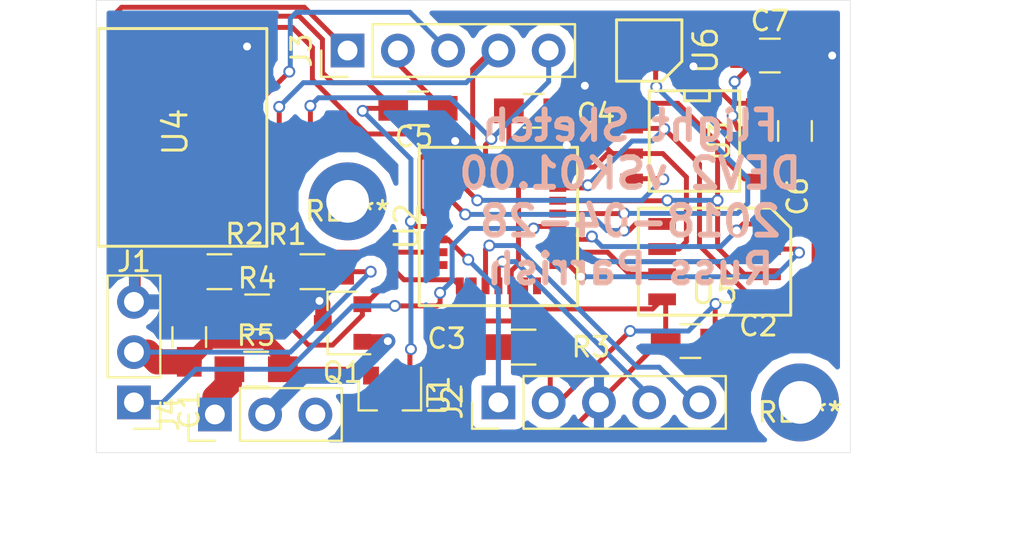
<source format=kicad_pcb>
(kicad_pcb (version 4) (host pcbnew 4.0.7)

  (general
    (links 73)
    (no_connects 0)
    (area 58.562142 48.247299 110.474286 76.032458)
    (thickness 1.6)
    (drawings 5)
    (tracks 371)
    (zones 0)
    (modules 25)
    (nets 26)
  )

  (page A4)
  (layers
    (0 F.Cu signal)
    (31 B.Cu signal)
    (32 B.Adhes user)
    (33 F.Adhes user)
    (34 B.Paste user)
    (35 F.Paste user)
    (36 B.SilkS user)
    (37 F.SilkS user)
    (38 B.Mask user)
    (39 F.Mask user)
    (40 Dwgs.User user)
    (41 Cmts.User user)
    (42 Eco1.User user)
    (43 Eco2.User user)
    (44 Edge.Cuts user)
    (45 Margin user)
    (46 B.CrtYd user)
    (47 F.CrtYd user)
    (48 B.Fab user)
    (49 F.Fab user)
  )

  (setup
    (last_trace_width 0.762)
    (user_trace_width 0.762)
    (user_trace_width 1.27)
    (trace_clearance 0.2)
    (zone_clearance 0.508)
    (zone_45_only yes)
    (trace_min 0.2)
    (segment_width 0.2)
    (edge_width 0.15)
    (via_size 0.6)
    (via_drill 0.4)
    (via_min_size 0.4)
    (via_min_drill 0.3)
    (uvia_size 0.3)
    (uvia_drill 0.1)
    (uvias_allowed no)
    (uvia_min_size 0.2)
    (uvia_min_drill 0.1)
    (pcb_text_width 0.3)
    (pcb_text_size 1.5 1.5)
    (mod_edge_width 0.15)
    (mod_text_size 1 1)
    (mod_text_width 0.15)
    (pad_size 5 5)
    (pad_drill 2.5)
    (pad_to_mask_clearance 0.2)
    (aux_axis_origin 0 0)
    (visible_elements 7FFEFFFF)
    (pcbplotparams
      (layerselection 0x00030_80000001)
      (usegerberextensions false)
      (excludeedgelayer true)
      (linewidth 0.100000)
      (plotframeref false)
      (viasonmask false)
      (mode 1)
      (useauxorigin false)
      (hpglpennumber 1)
      (hpglpenspeed 20)
      (hpglpendiameter 15)
      (hpglpenoverlay 2)
      (psnegative false)
      (psa4output false)
      (plotreference true)
      (plotvalue true)
      (plotinvisibletext false)
      (padsonsilk false)
      (subtractmaskfromsilk false)
      (outputformat 1)
      (mirror false)
      (drillshape 1)
      (scaleselection 1)
      (outputdirectory ""))
  )

  (net 0 "")
  (net 1 VSS)
  (net 2 +3V3)
  (net 3 "Net-(R1-Pad1)")
  (net 4 SCK)
  (net 5 SDO)
  (net 6 SDI)
  (net 7 "Net-(C4-Pad1)")
  (net 8 U1TX)
  (net 9 U1RX)
  (net 10 MCLR)
  (net 11 PGD)
  (net 12 PGC)
  (net 13 VIN)
  (net 14 "Net-(C6-Pad1)")
  (net 15 DEBUG)
  (net 16 "Net-(J3-Pad1)")
  (net 17 "Net-(J3-Pad3)")
  (net 18 "Net-(U2-Pad12)")
  (net 19 "Net-(U2-Pad8)")
  (net 20 "Net-(U2-Pad9)")
  (net 21 "Net-(U2-Pad22)")
  (net 22 "Net-(U2-Pad23)")
  (net 23 "Net-(J4-Pad1)")
  (net 24 "Net-(J4-Pad2)")
  (net 25 Pyro1)

  (net_class Default "This is the default net class."
    (clearance 0.2)
    (trace_width 0.25)
    (via_dia 0.6)
    (via_drill 0.4)
    (uvia_dia 0.3)
    (uvia_drill 0.1)
    (add_net +3V3)
    (add_net DEBUG)
    (add_net MCLR)
    (add_net "Net-(C4-Pad1)")
    (add_net "Net-(C6-Pad1)")
    (add_net "Net-(J3-Pad1)")
    (add_net "Net-(J3-Pad3)")
    (add_net "Net-(J4-Pad1)")
    (add_net "Net-(J4-Pad2)")
    (add_net "Net-(R1-Pad1)")
    (add_net "Net-(U2-Pad12)")
    (add_net "Net-(U2-Pad22)")
    (add_net "Net-(U2-Pad23)")
    (add_net "Net-(U2-Pad8)")
    (add_net "Net-(U2-Pad9)")
    (add_net PGC)
    (add_net PGD)
    (add_net Pyro1)
    (add_net SCK)
    (add_net SDI)
    (add_net SDO)
    (add_net U1RX)
    (add_net U1TX)
    (add_net VIN)
    (add_net VSS)
  )

  (net_class Power ""
    (clearance 0.2)
    (trace_width 1.27)
    (via_dia 0.6)
    (via_drill 0.4)
    (uvia_dia 0.3)
    (uvia_drill 0.1)
  )

  (module Pin_Headers:Pin_Header_Straight_1x05_Pitch2.54mm (layer F.Cu) (tedit 59650532) (tstamp 5AC199BC)
    (at 83.82 68.58 90)
    (descr "Through hole straight pin header, 1x05, 2.54mm pitch, single row")
    (tags "Through hole pin header THT 1x05 2.54mm single row")
    (path /5AC121B0)
    (fp_text reference J2 (at 0 -2.33 90) (layer F.SilkS)
      (effects (font (size 1 1) (thickness 0.15)))
    )
    (fp_text value Conn_01x05_Male (at 0 12.49 90) (layer F.Fab)
      (effects (font (size 1 1) (thickness 0.15)))
    )
    (fp_line (start -0.635 -1.27) (end 1.27 -1.27) (layer F.Fab) (width 0.1))
    (fp_line (start 1.27 -1.27) (end 1.27 11.43) (layer F.Fab) (width 0.1))
    (fp_line (start 1.27 11.43) (end -1.27 11.43) (layer F.Fab) (width 0.1))
    (fp_line (start -1.27 11.43) (end -1.27 -0.635) (layer F.Fab) (width 0.1))
    (fp_line (start -1.27 -0.635) (end -0.635 -1.27) (layer F.Fab) (width 0.1))
    (fp_line (start -1.33 11.49) (end 1.33 11.49) (layer F.SilkS) (width 0.12))
    (fp_line (start -1.33 1.27) (end -1.33 11.49) (layer F.SilkS) (width 0.12))
    (fp_line (start 1.33 1.27) (end 1.33 11.49) (layer F.SilkS) (width 0.12))
    (fp_line (start -1.33 1.27) (end 1.33 1.27) (layer F.SilkS) (width 0.12))
    (fp_line (start -1.33 0) (end -1.33 -1.33) (layer F.SilkS) (width 0.12))
    (fp_line (start -1.33 -1.33) (end 0 -1.33) (layer F.SilkS) (width 0.12))
    (fp_line (start -1.8 -1.8) (end -1.8 11.95) (layer F.CrtYd) (width 0.05))
    (fp_line (start -1.8 11.95) (end 1.8 11.95) (layer F.CrtYd) (width 0.05))
    (fp_line (start 1.8 11.95) (end 1.8 -1.8) (layer F.CrtYd) (width 0.05))
    (fp_line (start 1.8 -1.8) (end -1.8 -1.8) (layer F.CrtYd) (width 0.05))
    (fp_text user %R (at 0 5.08 180) (layer F.Fab)
      (effects (font (size 1 1) (thickness 0.15)))
    )
    (pad 1 thru_hole rect (at 0 0 90) (size 1.7 1.7) (drill 1) (layers *.Cu *.Mask)
      (net 10 MCLR))
    (pad 2 thru_hole oval (at 0 2.54 90) (size 1.7 1.7) (drill 1) (layers *.Cu *.Mask)
      (net 2 +3V3))
    (pad 3 thru_hole oval (at 0 5.08 90) (size 1.7 1.7) (drill 1) (layers *.Cu *.Mask)
      (net 1 VSS))
    (pad 4 thru_hole oval (at 0 7.62 90) (size 1.7 1.7) (drill 1) (layers *.Cu *.Mask)
      (net 11 PGD))
    (pad 5 thru_hole oval (at 0 10.16 90) (size 1.7 1.7) (drill 1) (layers *.Cu *.Mask)
      (net 12 PGC))
    (model ${KISYS3DMOD}/Pin_Headers.3dshapes/Pin_Header_Straight_1x05_Pitch2.54mm.wrl
      (at (xyz 0 0 0))
      (scale (xyz 1 1 1))
      (rotate (xyz 0 0 0))
    )
  )

  (module Resistors_SMD:R_0805_HandSoldering (layer F.Cu) (tedit 5AE28903) (tstamp 5ABE915A)
    (at 74.422 61.976)
    (descr "Resistor SMD 0805, hand soldering")
    (tags "resistor 0805")
    (path /5AC1A296)
    (attr smd)
    (fp_text reference R1 (at -1.27 -1.8796) (layer F.SilkS)
      (effects (font (size 1 1) (thickness 0.15)))
    )
    (fp_text value 200k (at 0 1.75) (layer F.Fab)
      (effects (font (size 1 1) (thickness 0.15)))
    )
    (fp_text user %R (at 0 0) (layer F.Fab)
      (effects (font (size 0.5 0.5) (thickness 0.075)))
    )
    (fp_line (start -1 0.62) (end -1 -0.62) (layer F.Fab) (width 0.1))
    (fp_line (start 1 0.62) (end -1 0.62) (layer F.Fab) (width 0.1))
    (fp_line (start 1 -0.62) (end 1 0.62) (layer F.Fab) (width 0.1))
    (fp_line (start -1 -0.62) (end 1 -0.62) (layer F.Fab) (width 0.1))
    (fp_line (start 0.6 0.88) (end -0.6 0.88) (layer F.SilkS) (width 0.12))
    (fp_line (start -0.6 -0.88) (end 0.6 -0.88) (layer F.SilkS) (width 0.12))
    (fp_line (start -2.35 -0.9) (end 2.35 -0.9) (layer F.CrtYd) (width 0.05))
    (fp_line (start -2.35 -0.9) (end -2.35 0.9) (layer F.CrtYd) (width 0.05))
    (fp_line (start 2.35 0.9) (end 2.35 -0.9) (layer F.CrtYd) (width 0.05))
    (fp_line (start 2.35 0.9) (end -2.35 0.9) (layer F.CrtYd) (width 0.05))
    (pad 1 smd rect (at -1.35 0) (size 1.5 1.3) (layers F.Cu F.Paste F.Mask)
      (net 3 "Net-(R1-Pad1)"))
    (pad 2 smd rect (at 1.35 0) (size 1.5 1.3) (layers F.Cu F.Paste F.Mask)
      (net 13 VIN))
    (model ${KISYS3DMOD}/Resistors_SMD.3dshapes/R_0805.wrl
      (at (xyz 0 0 0))
      (scale (xyz 1 1 1))
      (rotate (xyz 0 0 0))
    )
  )

  (module Capacitors_SMD:C_0805_HandSoldering (layer F.Cu) (tedit 5AC28FCE) (tstamp 5ABEEAA9)
    (at 68.199 65.278 90)
    (descr "Capacitor SMD 0805, hand soldering")
    (tags "capacitor 0805")
    (path /5AC2641C)
    (attr smd)
    (fp_text reference C1 (at -3.683 0 90) (layer F.SilkS)
      (effects (font (size 1 1) (thickness 0.15)))
    )
    (fp_text value 10u (at 0 1.75 90) (layer F.Fab)
      (effects (font (size 1 1) (thickness 0.15)))
    )
    (fp_text user %R (at 0 -1.75 90) (layer F.Fab)
      (effects (font (size 1 1) (thickness 0.15)))
    )
    (fp_line (start -1 0.62) (end -1 -0.62) (layer F.Fab) (width 0.1))
    (fp_line (start 1 0.62) (end -1 0.62) (layer F.Fab) (width 0.1))
    (fp_line (start 1 -0.62) (end 1 0.62) (layer F.Fab) (width 0.1))
    (fp_line (start -1 -0.62) (end 1 -0.62) (layer F.Fab) (width 0.1))
    (fp_line (start 0.5 -0.85) (end -0.5 -0.85) (layer F.SilkS) (width 0.12))
    (fp_line (start -0.5 0.85) (end 0.5 0.85) (layer F.SilkS) (width 0.12))
    (fp_line (start -2.25 -0.88) (end 2.25 -0.88) (layer F.CrtYd) (width 0.05))
    (fp_line (start -2.25 -0.88) (end -2.25 0.87) (layer F.CrtYd) (width 0.05))
    (fp_line (start 2.25 0.87) (end 2.25 -0.88) (layer F.CrtYd) (width 0.05))
    (fp_line (start 2.25 0.87) (end -2.25 0.87) (layer F.CrtYd) (width 0.05))
    (pad 1 smd rect (at -1.25 0 90) (size 1.5 1.25) (layers F.Cu F.Paste F.Mask)
      (net 13 VIN))
    (pad 2 smd rect (at 1.25 0 90) (size 1.5 1.25) (layers F.Cu F.Paste F.Mask)
      (net 1 VSS))
    (model Capacitors_SMD.3dshapes/C_0805.wrl
      (at (xyz 0 0 0))
      (scale (xyz 1 1 1))
      (rotate (xyz 0 0 0))
    )
  )

  (module Capacitors_SMD:C_0805_HandSoldering (layer F.Cu) (tedit 5AC2966F) (tstamp 5ABEEAB9)
    (at 93.5228 65.4812 180)
    (descr "Capacitor SMD 0805, hand soldering")
    (tags "capacitor 0805")
    (path /5AB5AF35)
    (attr smd)
    (fp_text reference C2 (at -3.429 0.762 180) (layer F.SilkS)
      (effects (font (size 1 1) (thickness 0.15)))
    )
    (fp_text value 0.1u (at 0 1.75 180) (layer F.Fab)
      (effects (font (size 1 1) (thickness 0.15)))
    )
    (fp_text user %R (at 0 -1.75 180) (layer F.Fab)
      (effects (font (size 1 1) (thickness 0.15)))
    )
    (fp_line (start -1 0.62) (end -1 -0.62) (layer F.Fab) (width 0.1))
    (fp_line (start 1 0.62) (end -1 0.62) (layer F.Fab) (width 0.1))
    (fp_line (start 1 -0.62) (end 1 0.62) (layer F.Fab) (width 0.1))
    (fp_line (start -1 -0.62) (end 1 -0.62) (layer F.Fab) (width 0.1))
    (fp_line (start 0.5 -0.85) (end -0.5 -0.85) (layer F.SilkS) (width 0.12))
    (fp_line (start -0.5 0.85) (end 0.5 0.85) (layer F.SilkS) (width 0.12))
    (fp_line (start -2.25 -0.88) (end 2.25 -0.88) (layer F.CrtYd) (width 0.05))
    (fp_line (start -2.25 -0.88) (end -2.25 0.87) (layer F.CrtYd) (width 0.05))
    (fp_line (start 2.25 0.87) (end 2.25 -0.88) (layer F.CrtYd) (width 0.05))
    (fp_line (start 2.25 0.87) (end -2.25 0.87) (layer F.CrtYd) (width 0.05))
    (pad 1 smd rect (at -1.25 0 180) (size 1.5 1.25) (layers F.Cu F.Paste F.Mask)
      (net 2 +3V3))
    (pad 2 smd rect (at 1.25 0 180) (size 1.5 1.25) (layers F.Cu F.Paste F.Mask)
      (net 1 VSS))
    (model Capacitors_SMD.3dshapes/C_0805.wrl
      (at (xyz 0 0 0))
      (scale (xyz 1 1 1))
      (rotate (xyz 0 0 0))
    )
  )

  (module Capacitors_SMD:C_0805_HandSoldering (layer F.Cu) (tedit 5AC292F5) (tstamp 5ABEEAD9)
    (at 81.0768 68.2752 270)
    (descr "Capacitor SMD 0805, hand soldering")
    (tags "capacitor 0805")
    (path /5AC26B61)
    (attr smd)
    (fp_text reference C3 (at -2.921 -0.127 360) (layer F.SilkS)
      (effects (font (size 1 1) (thickness 0.15)))
    )
    (fp_text value 10u (at 0 1.75 270) (layer F.Fab)
      (effects (font (size 1 1) (thickness 0.15)))
    )
    (fp_text user %R (at 0 -1.75 270) (layer F.Fab)
      (effects (font (size 1 1) (thickness 0.15)))
    )
    (fp_line (start -1 0.62) (end -1 -0.62) (layer F.Fab) (width 0.1))
    (fp_line (start 1 0.62) (end -1 0.62) (layer F.Fab) (width 0.1))
    (fp_line (start 1 -0.62) (end 1 0.62) (layer F.Fab) (width 0.1))
    (fp_line (start -1 -0.62) (end 1 -0.62) (layer F.Fab) (width 0.1))
    (fp_line (start 0.5 -0.85) (end -0.5 -0.85) (layer F.SilkS) (width 0.12))
    (fp_line (start -0.5 0.85) (end 0.5 0.85) (layer F.SilkS) (width 0.12))
    (fp_line (start -2.25 -0.88) (end 2.25 -0.88) (layer F.CrtYd) (width 0.05))
    (fp_line (start -2.25 -0.88) (end -2.25 0.87) (layer F.CrtYd) (width 0.05))
    (fp_line (start 2.25 0.87) (end 2.25 -0.88) (layer F.CrtYd) (width 0.05))
    (fp_line (start 2.25 0.87) (end -2.25 0.87) (layer F.CrtYd) (width 0.05))
    (pad 1 smd rect (at -1.25 0 270) (size 1.5 1.25) (layers F.Cu F.Paste F.Mask)
      (net 2 +3V3))
    (pad 2 smd rect (at 1.25 0 270) (size 1.5 1.25) (layers F.Cu F.Paste F.Mask)
      (net 1 VSS))
    (model Capacitors_SMD.3dshapes/C_0805.wrl
      (at (xyz 0 0 0))
      (scale (xyz 1 1 1))
      (rotate (xyz 0 0 0))
    )
  )

  (module Capacitors_SMD:C_0805_HandSoldering (layer F.Cu) (tedit 5AE2891E) (tstamp 5ABFDCA0)
    (at 85.598 53.848)
    (descr "Capacitor SMD 0805, hand soldering")
    (tags "capacitor 0805")
    (path /5ABFD9BB)
    (attr smd)
    (fp_text reference C4 (at 3.1496 0.1524) (layer F.SilkS)
      (effects (font (size 1 1) (thickness 0.15)))
    )
    (fp_text value 10u (at 0 1.75) (layer F.Fab)
      (effects (font (size 1 1) (thickness 0.15)))
    )
    (fp_text user %R (at 0 -1.75) (layer F.Fab)
      (effects (font (size 1 1) (thickness 0.15)))
    )
    (fp_line (start -1 0.62) (end -1 -0.62) (layer F.Fab) (width 0.1))
    (fp_line (start 1 0.62) (end -1 0.62) (layer F.Fab) (width 0.1))
    (fp_line (start 1 -0.62) (end 1 0.62) (layer F.Fab) (width 0.1))
    (fp_line (start -1 -0.62) (end 1 -0.62) (layer F.Fab) (width 0.1))
    (fp_line (start 0.5 -0.85) (end -0.5 -0.85) (layer F.SilkS) (width 0.12))
    (fp_line (start -0.5 0.85) (end 0.5 0.85) (layer F.SilkS) (width 0.12))
    (fp_line (start -2.25 -0.88) (end 2.25 -0.88) (layer F.CrtYd) (width 0.05))
    (fp_line (start -2.25 -0.88) (end -2.25 0.87) (layer F.CrtYd) (width 0.05))
    (fp_line (start 2.25 0.87) (end 2.25 -0.88) (layer F.CrtYd) (width 0.05))
    (fp_line (start 2.25 0.87) (end -2.25 0.87) (layer F.CrtYd) (width 0.05))
    (pad 1 smd rect (at -1.25 0) (size 1.5 1.25) (layers F.Cu F.Paste F.Mask)
      (net 7 "Net-(C4-Pad1)"))
    (pad 2 smd rect (at 1.25 0) (size 1.5 1.25) (layers F.Cu F.Paste F.Mask)
      (net 1 VSS))
    (model Capacitors_SMD.3dshapes/C_0805.wrl
      (at (xyz 0 0 0))
      (scale (xyz 1 1 1))
      (rotate (xyz 0 0 0))
    )
  )

  (module Resistors_SMD:R_0805_HandSoldering (layer F.Cu) (tedit 5AC29304) (tstamp 5AC199CD)
    (at 69.723 61.976)
    (descr "Resistor SMD 0805, hand soldering")
    (tags "resistor 0805")
    (path /5AC1A258)
    (attr smd)
    (fp_text reference R2 (at 1.27 -1.905) (layer F.SilkS)
      (effects (font (size 1 1) (thickness 0.15)))
    )
    (fp_text value 100k (at 0 1.75) (layer F.Fab)
      (effects (font (size 1 1) (thickness 0.15)))
    )
    (fp_text user %R (at 0 0) (layer F.Fab)
      (effects (font (size 0.5 0.5) (thickness 0.075)))
    )
    (fp_line (start -1 0.62) (end -1 -0.62) (layer F.Fab) (width 0.1))
    (fp_line (start 1 0.62) (end -1 0.62) (layer F.Fab) (width 0.1))
    (fp_line (start 1 -0.62) (end 1 0.62) (layer F.Fab) (width 0.1))
    (fp_line (start -1 -0.62) (end 1 -0.62) (layer F.Fab) (width 0.1))
    (fp_line (start 0.6 0.88) (end -0.6 0.88) (layer F.SilkS) (width 0.12))
    (fp_line (start -0.6 -0.88) (end 0.6 -0.88) (layer F.SilkS) (width 0.12))
    (fp_line (start -2.35 -0.9) (end 2.35 -0.9) (layer F.CrtYd) (width 0.05))
    (fp_line (start -2.35 -0.9) (end -2.35 0.9) (layer F.CrtYd) (width 0.05))
    (fp_line (start 2.35 0.9) (end 2.35 -0.9) (layer F.CrtYd) (width 0.05))
    (fp_line (start 2.35 0.9) (end -2.35 0.9) (layer F.CrtYd) (width 0.05))
    (pad 1 smd rect (at -1.35 0) (size 1.5 1.3) (layers F.Cu F.Paste F.Mask)
      (net 1 VSS))
    (pad 2 smd rect (at 1.35 0) (size 1.5 1.3) (layers F.Cu F.Paste F.Mask)
      (net 3 "Net-(R1-Pad1)"))
    (model ${KISYS3DMOD}/Resistors_SMD.3dshapes/R_0805.wrl
      (at (xyz 0 0 0))
      (scale (xyz 1 1 1))
      (rotate (xyz 0 0 0))
    )
  )

  (module Resistors_SMD:R_0805_HandSoldering (layer F.Cu) (tedit 5AE25325) (tstamp 5AC199DE)
    (at 85.09 65.786)
    (descr "Resistor SMD 0805, hand soldering")
    (tags "resistor 0805")
    (path /5ABE91F3)
    (attr smd)
    (fp_text reference R3 (at 3.4036 0) (layer F.SilkS)
      (effects (font (size 1 1) (thickness 0.15)))
    )
    (fp_text value 10k (at 0 1.75) (layer F.Fab)
      (effects (font (size 1 1) (thickness 0.15)))
    )
    (fp_text user %R (at 0 0) (layer F.Fab)
      (effects (font (size 0.5 0.5) (thickness 0.075)))
    )
    (fp_line (start -1 0.62) (end -1 -0.62) (layer F.Fab) (width 0.1))
    (fp_line (start 1 0.62) (end -1 0.62) (layer F.Fab) (width 0.1))
    (fp_line (start 1 -0.62) (end 1 0.62) (layer F.Fab) (width 0.1))
    (fp_line (start -1 -0.62) (end 1 -0.62) (layer F.Fab) (width 0.1))
    (fp_line (start 0.6 0.88) (end -0.6 0.88) (layer F.SilkS) (width 0.12))
    (fp_line (start -0.6 -0.88) (end 0.6 -0.88) (layer F.SilkS) (width 0.12))
    (fp_line (start -2.35 -0.9) (end 2.35 -0.9) (layer F.CrtYd) (width 0.05))
    (fp_line (start -2.35 -0.9) (end -2.35 0.9) (layer F.CrtYd) (width 0.05))
    (fp_line (start 2.35 0.9) (end 2.35 -0.9) (layer F.CrtYd) (width 0.05))
    (fp_line (start 2.35 0.9) (end -2.35 0.9) (layer F.CrtYd) (width 0.05))
    (pad 1 smd rect (at -1.35 0) (size 1.5 1.3) (layers F.Cu F.Paste F.Mask)
      (net 10 MCLR))
    (pad 2 smd rect (at 1.35 0) (size 1.5 1.3) (layers F.Cu F.Paste F.Mask)
      (net 2 +3V3))
    (model ${KISYS3DMOD}/Resistors_SMD.3dshapes/R_0805.wrl
      (at (xyz 0 0 0))
      (scale (xyz 1 1 1))
      (rotate (xyz 0 0 0))
    )
  )

  (module Capacitors_SMD:C_0805_HandSoldering (layer F.Cu) (tedit 5AE28913) (tstamp 5AC25751)
    (at 79.756 53.721)
    (descr "Capacitor SMD 0805, hand soldering")
    (tags "capacitor 0805")
    (path /5AB5B6B1)
    (attr smd)
    (fp_text reference C5 (at -0.2032 1.4478) (layer F.SilkS)
      (effects (font (size 1 1) (thickness 0.15)))
    )
    (fp_text value 0.1u (at 0 1.75) (layer F.Fab)
      (effects (font (size 1 1) (thickness 0.15)))
    )
    (fp_text user %R (at 0 -1.75) (layer F.Fab)
      (effects (font (size 1 1) (thickness 0.15)))
    )
    (fp_line (start -1 0.62) (end -1 -0.62) (layer F.Fab) (width 0.1))
    (fp_line (start 1 0.62) (end -1 0.62) (layer F.Fab) (width 0.1))
    (fp_line (start 1 -0.62) (end 1 0.62) (layer F.Fab) (width 0.1))
    (fp_line (start -1 -0.62) (end 1 -0.62) (layer F.Fab) (width 0.1))
    (fp_line (start 0.5 -0.85) (end -0.5 -0.85) (layer F.SilkS) (width 0.12))
    (fp_line (start -0.5 0.85) (end 0.5 0.85) (layer F.SilkS) (width 0.12))
    (fp_line (start -2.25 -0.88) (end 2.25 -0.88) (layer F.CrtYd) (width 0.05))
    (fp_line (start -2.25 -0.88) (end -2.25 0.87) (layer F.CrtYd) (width 0.05))
    (fp_line (start 2.25 0.87) (end 2.25 -0.88) (layer F.CrtYd) (width 0.05))
    (fp_line (start 2.25 0.87) (end -2.25 0.87) (layer F.CrtYd) (width 0.05))
    (pad 1 smd rect (at -1.25 0) (size 1.5 1.25) (layers F.Cu F.Paste F.Mask)
      (net 2 +3V3))
    (pad 2 smd rect (at 1.25 0) (size 1.5 1.25) (layers F.Cu F.Paste F.Mask)
      (net 1 VSS))
    (model Capacitors_SMD.3dshapes/C_0805.wrl
      (at (xyz 0 0 0))
      (scale (xyz 1 1 1))
      (rotate (xyz 0 0 0))
    )
  )

  (module Capacitors_SMD:C_0805_HandSoldering (layer F.Cu) (tedit 5AC28FAB) (tstamp 5AC25762)
    (at 98.806 54.864 90)
    (descr "Capacitor SMD 0805, hand soldering")
    (tags "capacitor 0805")
    (path /5ABEEDF1)
    (attr smd)
    (fp_text reference C6 (at -3.302 0.127 90) (layer F.SilkS)
      (effects (font (size 1 1) (thickness 0.15)))
    )
    (fp_text value 1u (at 0 1.75 90) (layer F.Fab)
      (effects (font (size 1 1) (thickness 0.15)))
    )
    (fp_text user %R (at 0 -1.75 90) (layer F.Fab)
      (effects (font (size 1 1) (thickness 0.15)))
    )
    (fp_line (start -1 0.62) (end -1 -0.62) (layer F.Fab) (width 0.1))
    (fp_line (start 1 0.62) (end -1 0.62) (layer F.Fab) (width 0.1))
    (fp_line (start 1 -0.62) (end 1 0.62) (layer F.Fab) (width 0.1))
    (fp_line (start -1 -0.62) (end 1 -0.62) (layer F.Fab) (width 0.1))
    (fp_line (start 0.5 -0.85) (end -0.5 -0.85) (layer F.SilkS) (width 0.12))
    (fp_line (start -0.5 0.85) (end 0.5 0.85) (layer F.SilkS) (width 0.12))
    (fp_line (start -2.25 -0.88) (end 2.25 -0.88) (layer F.CrtYd) (width 0.05))
    (fp_line (start -2.25 -0.88) (end -2.25 0.87) (layer F.CrtYd) (width 0.05))
    (fp_line (start 2.25 0.87) (end 2.25 -0.88) (layer F.CrtYd) (width 0.05))
    (fp_line (start 2.25 0.87) (end -2.25 0.87) (layer F.CrtYd) (width 0.05))
    (pad 1 smd rect (at -1.25 0 90) (size 1.5 1.25) (layers F.Cu F.Paste F.Mask)
      (net 14 "Net-(C6-Pad1)"))
    (pad 2 smd rect (at 1.25 0 90) (size 1.5 1.25) (layers F.Cu F.Paste F.Mask)
      (net 1 VSS))
    (model Capacitors_SMD.3dshapes/C_0805.wrl
      (at (xyz 0 0 0))
      (scale (xyz 1 1 1))
      (rotate (xyz 0 0 0))
    )
  )

  (module Capacitors_SMD:C_0805_HandSoldering (layer F.Cu) (tedit 58AA84A8) (tstamp 5AC25773)
    (at 97.536 51.054)
    (descr "Capacitor SMD 0805, hand soldering")
    (tags "capacitor 0805")
    (path /5AC271F0)
    (attr smd)
    (fp_text reference C7 (at 0 -1.75) (layer F.SilkS)
      (effects (font (size 1 1) (thickness 0.15)))
    )
    (fp_text value .1u (at 0 1.75) (layer F.Fab)
      (effects (font (size 1 1) (thickness 0.15)))
    )
    (fp_text user %R (at 0 -1.75) (layer F.Fab)
      (effects (font (size 1 1) (thickness 0.15)))
    )
    (fp_line (start -1 0.62) (end -1 -0.62) (layer F.Fab) (width 0.1))
    (fp_line (start 1 0.62) (end -1 0.62) (layer F.Fab) (width 0.1))
    (fp_line (start 1 -0.62) (end 1 0.62) (layer F.Fab) (width 0.1))
    (fp_line (start -1 -0.62) (end 1 -0.62) (layer F.Fab) (width 0.1))
    (fp_line (start 0.5 -0.85) (end -0.5 -0.85) (layer F.SilkS) (width 0.12))
    (fp_line (start -0.5 0.85) (end 0.5 0.85) (layer F.SilkS) (width 0.12))
    (fp_line (start -2.25 -0.88) (end 2.25 -0.88) (layer F.CrtYd) (width 0.05))
    (fp_line (start -2.25 -0.88) (end -2.25 0.87) (layer F.CrtYd) (width 0.05))
    (fp_line (start 2.25 0.87) (end 2.25 -0.88) (layer F.CrtYd) (width 0.05))
    (fp_line (start 2.25 0.87) (end -2.25 0.87) (layer F.CrtYd) (width 0.05))
    (pad 1 smd rect (at -1.25 0) (size 1.5 1.25) (layers F.Cu F.Paste F.Mask)
      (net 2 +3V3))
    (pad 2 smd rect (at 1.25 0) (size 1.5 1.25) (layers F.Cu F.Paste F.Mask)
      (net 1 VSS))
    (model Capacitors_SMD.3dshapes/C_0805.wrl
      (at (xyz 0 0 0))
      (scale (xyz 1 1 1))
      (rotate (xyz 0 0 0))
    )
  )

  (module Pin_Headers:Pin_Header_Straight_1x03_Pitch2.54mm (layer F.Cu) (tedit 5AC28FE9) (tstamp 5AC25774)
    (at 65.405 68.58 180)
    (descr "Through hole straight pin header, 1x03, 2.54mm pitch, single row")
    (tags "Through hole pin header THT 1x03 2.54mm single row")
    (path /5AC24686)
    (fp_text reference J1 (at 0 7.112 180) (layer F.SilkS)
      (effects (font (size 1 1) (thickness 0.15)))
    )
    (fp_text value Conn_01x03_Male (at 0 7.41 180) (layer F.Fab)
      (effects (font (size 1 1) (thickness 0.15)))
    )
    (fp_line (start -0.635 -1.27) (end 1.27 -1.27) (layer F.Fab) (width 0.1))
    (fp_line (start 1.27 -1.27) (end 1.27 6.35) (layer F.Fab) (width 0.1))
    (fp_line (start 1.27 6.35) (end -1.27 6.35) (layer F.Fab) (width 0.1))
    (fp_line (start -1.27 6.35) (end -1.27 -0.635) (layer F.Fab) (width 0.1))
    (fp_line (start -1.27 -0.635) (end -0.635 -1.27) (layer F.Fab) (width 0.1))
    (fp_line (start -1.33 6.41) (end 1.33 6.41) (layer F.SilkS) (width 0.12))
    (fp_line (start -1.33 1.27) (end -1.33 6.41) (layer F.SilkS) (width 0.12))
    (fp_line (start 1.33 1.27) (end 1.33 6.41) (layer F.SilkS) (width 0.12))
    (fp_line (start -1.33 1.27) (end 1.33 1.27) (layer F.SilkS) (width 0.12))
    (fp_line (start -1.33 0) (end -1.33 -1.33) (layer F.SilkS) (width 0.12))
    (fp_line (start -1.33 -1.33) (end 0 -1.33) (layer F.SilkS) (width 0.12))
    (fp_line (start -1.8 -1.8) (end -1.8 6.85) (layer F.CrtYd) (width 0.05))
    (fp_line (start -1.8 6.85) (end 1.8 6.85) (layer F.CrtYd) (width 0.05))
    (fp_line (start 1.8 6.85) (end 1.8 -1.8) (layer F.CrtYd) (width 0.05))
    (fp_line (start 1.8 -1.8) (end -1.8 -1.8) (layer F.CrtYd) (width 0.05))
    (fp_text user %R (at 0 2.54 270) (layer F.Fab)
      (effects (font (size 1 1) (thickness 0.15)))
    )
    (pad 1 thru_hole rect (at 0 0 180) (size 1.7 1.7) (drill 1) (layers *.Cu *.Mask)
      (net 15 DEBUG))
    (pad 2 thru_hole oval (at 0 2.54 180) (size 1.7 1.7) (drill 1) (layers *.Cu *.Mask)
      (net 13 VIN))
    (pad 3 thru_hole oval (at 0 5.08 180) (size 1.7 1.7) (drill 1) (layers *.Cu *.Mask)
      (net 1 VSS))
    (model ${KISYS3DMOD}/Pin_Headers.3dshapes/Pin_Header_Straight_1x03_Pitch2.54mm.wrl
      (at (xyz 0 0 0))
      (scale (xyz 1 1 1))
      (rotate (xyz 0 0 0))
    )
  )

  (module Pin_Headers:Pin_Header_Straight_1x05_Pitch2.54mm (layer F.Cu) (tedit 5AC265C1) (tstamp 5AC257A2)
    (at 76.2 50.8 90)
    (descr "Through hole straight pin header, 1x05, 2.54mm pitch, single row")
    (tags "Through hole pin header THT 1x05 2.54mm single row")
    (path /5AC1B17B)
    (fp_text reference J3 (at 0 -2.33 90) (layer F.SilkS)
      (effects (font (size 1 1) (thickness 0.15)))
    )
    (fp_text value Conn_01x05_Male (at -2.8575 4.4958 180) (layer F.Fab)
      (effects (font (size 1 1) (thickness 0.15)))
    )
    (fp_line (start -0.635 -1.27) (end 1.27 -1.27) (layer F.Fab) (width 0.1))
    (fp_line (start 1.27 -1.27) (end 1.27 11.43) (layer F.Fab) (width 0.1))
    (fp_line (start 1.27 11.43) (end -1.27 11.43) (layer F.Fab) (width 0.1))
    (fp_line (start -1.27 11.43) (end -1.27 -0.635) (layer F.Fab) (width 0.1))
    (fp_line (start -1.27 -0.635) (end -0.635 -1.27) (layer F.Fab) (width 0.1))
    (fp_line (start -1.33 11.49) (end 1.33 11.49) (layer F.SilkS) (width 0.12))
    (fp_line (start -1.33 1.27) (end -1.33 11.49) (layer F.SilkS) (width 0.12))
    (fp_line (start 1.33 1.27) (end 1.33 11.49) (layer F.SilkS) (width 0.12))
    (fp_line (start -1.33 1.27) (end 1.33 1.27) (layer F.SilkS) (width 0.12))
    (fp_line (start -1.33 0) (end -1.33 -1.33) (layer F.SilkS) (width 0.12))
    (fp_line (start -1.33 -1.33) (end 0 -1.33) (layer F.SilkS) (width 0.12))
    (fp_line (start -1.8 -1.8) (end -1.8 11.95) (layer F.CrtYd) (width 0.05))
    (fp_line (start -1.8 11.95) (end 1.8 11.95) (layer F.CrtYd) (width 0.05))
    (fp_line (start 1.8 11.95) (end 1.8 -1.8) (layer F.CrtYd) (width 0.05))
    (fp_line (start 1.8 -1.8) (end -1.8 -1.8) (layer F.CrtYd) (width 0.05))
    (fp_text user %R (at 0 5.08 180) (layer F.Fab)
      (effects (font (size 1 1) (thickness 0.15)))
    )
    (pad 1 thru_hole rect (at 0 0 90) (size 1.7 1.7) (drill 1) (layers *.Cu *.Mask)
      (net 16 "Net-(J3-Pad1)"))
    (pad 2 thru_hole oval (at 0 2.54 90) (size 1.7 1.7) (drill 1) (layers *.Cu *.Mask)
      (net 1 VSS))
    (pad 3 thru_hole oval (at 0 5.08 90) (size 1.7 1.7) (drill 1) (layers *.Cu *.Mask)
      (net 17 "Net-(J3-Pad3)"))
    (pad 4 thru_hole oval (at 0 7.62 90) (size 1.7 1.7) (drill 1) (layers *.Cu *.Mask)
      (net 9 U1RX))
    (pad 5 thru_hole oval (at 0 10.16 90) (size 1.7 1.7) (drill 1) (layers *.Cu *.Mask)
      (net 8 U1TX))
    (model ${KISYS3DMOD}/Pin_Headers.3dshapes/Pin_Header_Straight_1x05_Pitch2.54mm.wrl
      (at (xyz 0 0 0))
      (scale (xyz 1 1 1))
      (rotate (xyz 0 0 0))
    )
  )

  (module SMD_Packages:SOIC-8-N (layer F.Cu) (tedit 0) (tstamp 5AC257DE)
    (at 93.726 55.372 270)
    (descr "Module Narrow CMS SOJ 8 pins large")
    (tags "CMS SOJ")
    (path /5ABEE9D9)
    (attr smd)
    (fp_text reference U3 (at 0 -1.27 270) (layer F.SilkS)
      (effects (font (size 1 1) (thickness 0.15)))
    )
    (fp_text value accel (at 0 1.27 270) (layer F.Fab)
      (effects (font (size 1 1) (thickness 0.15)))
    )
    (fp_line (start -2.54 -2.286) (end 2.54 -2.286) (layer F.SilkS) (width 0.15))
    (fp_line (start 2.54 -2.286) (end 2.54 2.286) (layer F.SilkS) (width 0.15))
    (fp_line (start 2.54 2.286) (end -2.54 2.286) (layer F.SilkS) (width 0.15))
    (fp_line (start -2.54 2.286) (end -2.54 -2.286) (layer F.SilkS) (width 0.15))
    (fp_line (start -2.54 -0.762) (end -2.032 -0.762) (layer F.SilkS) (width 0.15))
    (fp_line (start -2.032 -0.762) (end -2.032 0.508) (layer F.SilkS) (width 0.15))
    (fp_line (start -2.032 0.508) (end -2.54 0.508) (layer F.SilkS) (width 0.15))
    (pad 8 smd rect (at -1.905 -3.175 270) (size 0.508 1.143) (layers F.Cu F.Paste F.Mask)
      (net 1 VSS))
    (pad 7 smd rect (at -0.635 -3.175 270) (size 0.508 1.143) (layers F.Cu F.Paste F.Mask)
      (net 2 +3V3))
    (pad 6 smd rect (at 0.635 -3.175 270) (size 0.508 1.143) (layers F.Cu F.Paste F.Mask)
      (net 14 "Net-(C6-Pad1)"))
    (pad 5 smd rect (at 1.905 -3.175 270) (size 0.508 1.143) (layers F.Cu F.Paste F.Mask)
      (net 1 VSS))
    (pad 4 smd rect (at 1.905 3.175 270) (size 0.508 1.143) (layers F.Cu F.Paste F.Mask)
      (net 21 "Net-(U2-Pad22)"))
    (pad 3 smd rect (at 0.635 3.175 270) (size 0.508 1.143) (layers F.Cu F.Paste F.Mask)
      (net 6 SDI))
    (pad 2 smd rect (at -0.635 3.175 270) (size 0.508 1.143) (layers F.Cu F.Paste F.Mask)
      (net 5 SDO))
    (pad 1 smd rect (at -1.905 3.175 270) (size 0.508 1.143) (layers F.Cu F.Paste F.Mask)
      (net 4 SCK))
    (model SMD_Packages.3dshapes/SOIC-8-N.wrl
      (at (xyz 0 0 0))
      (scale (xyz 0.5 0.38 0.5))
      (rotate (xyz 0 0 0))
    )
  )

  (module lib:RN4871 (layer F.Cu) (tedit 5ABEF974) (tstamp 5AC257F0)
    (at 71.12 59.69 90)
    (path /5ABEF9B1)
    (fp_text reference U4 (at 4.775 -3.625 90) (layer F.SilkS)
      (effects (font (size 1.2 1.2) (thickness 0.15)))
    )
    (fp_text value RN4871 (at 4.57562 3.47414 90) (layer F.Fab)
      (effects (font (size 1.2 1.2) (thickness 0.15)))
    )
    (fp_line (start -1.00012 0.99926) (end -1.00012 -7.50074) (layer F.SilkS) (width 0.15))
    (fp_line (start -1.00012 -7.50074) (end 9.99988 -7.50074) (layer F.SilkS) (width 0.15))
    (fp_line (start 9.99988 -7.50074) (end 9.99988 0.99926) (layer F.SilkS) (width 0.15))
    (fp_line (start 9.99988 0.99926) (end -1.00012 0.99926) (layer F.SilkS) (width 0.15))
    (pad 11 smd rect (at 7.5 -0.25 90) (size 0.7 1.5) (layers F.Cu F.Paste F.Mask))
    (pad 10 smd rect (at 6.3 -0.25 90) (size 0.7 1.5) (layers F.Cu F.Paste F.Mask)
      (net 17 "Net-(J3-Pad3)"))
    (pad 9 smd rect (at 5.1 -0.25 90) (size 0.7 1.5) (layers F.Cu F.Paste F.Mask))
    (pad 8 smd rect (at 3.9 -0.25 90) (size 0.7 1.5) (layers F.Cu F.Paste F.Mask)
      (net 9 U1RX))
    (pad 7 smd rect (at 2.7 -0.25 90) (size 0.7 1.5) (layers F.Cu F.Paste F.Mask)
      (net 8 U1TX))
    (pad 6 smd rect (at 1.5 -0.25 90) (size 0.7 1.5) (layers F.Cu F.Paste F.Mask))
    (pad 16 smd rect (at 8.75 -6.7) (size 0.7 1.5) (layers F.Cu F.Paste F.Mask)
      (net 16 "Net-(J3-Pad1)"))
    (pad 1 smd rect (at 0.25 -6.7) (size 0.7 1.5) (layers F.Cu F.Paste F.Mask))
    (pad 15 smd rect (at 8.75 -5.5) (size 0.7 1.5) (layers F.Cu F.Paste F.Mask))
    (pad 2 smd rect (at 0.25 -5.5) (size 0.7 1.5) (layers F.Cu F.Paste F.Mask)
      (net 1 VSS))
    (pad 14 smd rect (at 8.75 -4.3) (size 0.7 1.5) (layers F.Cu F.Paste F.Mask)
      (net 2 +3V3))
    (pad 3 smd rect (at 0.25 -4.3) (size 0.7 1.5) (layers F.Cu F.Paste F.Mask))
    (pad 13 smd rect (at 8.75 -3.1) (size 0.7 1.5) (layers F.Cu F.Paste F.Mask)
      (net 1 VSS))
    (pad 4 smd rect (at 0.25 -3.1) (size 0.7 1.5) (layers F.Cu F.Paste F.Mask))
    (pad 12 smd rect (at 8.75 -1.9) (size 0.7 1.5) (layers F.Cu F.Paste F.Mask))
    (pad 5 smd rect (at 0.25 -1.9) (size 0.7 1.5) (layers F.Cu F.Paste F.Mask))
  )

  (module lib:SO8 (layer F.Cu) (tedit 5AC28FB8) (tstamp 5AC25807)
    (at 94.742 61.468 270)
    (path /5ABEA189)
    (fp_text reference U5 (at 1.524 0 360) (layer F.SilkS)
      (effects (font (size 1.2 1.2) (thickness 0.15)))
    )
    (fp_text value EEPROM (at 0 0 270) (layer F.Fab)
      (effects (font (size 1.2 1.2) (thickness 0.15)))
    )
    (fp_line (start -1.705 -3.85) (end -2.705 -2.85) (layer F.SilkS) (width 0.15))
    (fp_line (start -2.705 -2.85) (end -2.705 3.85) (layer F.SilkS) (width 0.15))
    (fp_line (start -2.705 3.85) (end 2.705 3.85) (layer F.SilkS) (width 0.15))
    (fp_line (start 2.705 3.85) (end 2.705 -3.85) (layer F.SilkS) (width 0.15))
    (fp_line (start 2.705 -3.85) (end -1.705 -3.85) (layer F.SilkS) (width 0.15))
    (pad 8 smd rect (at -1.905 -2.65 270) (size 0.6 1.4) (layers F.Cu F.Paste F.Mask)
      (net 2 +3V3))
    (pad 1 smd rect (at -1.905 2.65 270) (size 0.6 1.4) (layers F.Cu F.Paste F.Mask)
      (net 22 "Net-(U2-Pad23)"))
    (pad 7 smd rect (at -0.635 -2.65 270) (size 0.6 1.4) (layers F.Cu F.Paste F.Mask)
      (net 19 "Net-(U2-Pad8)"))
    (pad 2 smd rect (at -0.635 2.65 270) (size 0.6 1.4) (layers F.Cu F.Paste F.Mask)
      (net 6 SDI))
    (pad 6 smd rect (at 0.635 -2.65 270) (size 0.6 1.4) (layers F.Cu F.Paste F.Mask)
      (net 4 SCK))
    (pad 3 smd rect (at 0.635 2.65 270) (size 0.6 1.4) (layers F.Cu F.Paste F.Mask)
      (net 20 "Net-(U2-Pad9)"))
    (pad 5 smd rect (at 1.905 -2.65 270) (size 0.6 1.4) (layers F.Cu F.Paste F.Mask)
      (net 5 SDO))
    (pad 4 smd rect (at 1.905 2.65 270) (size 0.6 1.4) (layers F.Cu F.Paste F.Mask)
      (net 1 VSS))
  )

  (module lib:BMP280-2 (layer F.Cu) (tedit 5ADFF28A) (tstamp 5ADFF5D2)
    (at 91.44 50.8 180)
    (path /5AC10D8D)
    (fp_text reference U6 (at -2.85 0 270) (layer F.SilkS)
      (effects (font (size 1.2 1.2) (thickness 0.15)))
    )
    (fp_text value BMP280 (at 0 0 180) (layer F.Fab)
      (effects (font (size 1.2 1.2) (thickness 0.15)))
    )
    (fp_line (start -0.65 -1.55) (end -1.65 -0.55) (layer F.SilkS) (width 0.15))
    (fp_line (start -1.65 -0.55) (end -1.65 1.55) (layer F.SilkS) (width 0.15))
    (fp_line (start -1.65 1.55) (end 1.65 1.55) (layer F.SilkS) (width 0.15))
    (fp_line (start 1.65 1.55) (end 1.65 -1.55) (layer F.SilkS) (width 0.15))
    (fp_line (start 1.65 -1.55) (end -0.65 -1.55) (layer F.SilkS) (width 0.15))
    (pad 1 smd rect (at -0.975 -0.8 180) (size 0.35 0.5) (layers F.Cu F.Paste F.Mask)
      (net 1 VSS))
    (pad 8 smd rect (at -0.975 0.8 180) (size 0.35 0.5) (layers F.Cu F.Paste F.Mask)
      (net 2 +3V3))
    (pad 2 smd rect (at -0.325 -0.8 180) (size 0.35 0.5) (layers F.Cu F.Paste F.Mask)
      (net 18 "Net-(U2-Pad12)"))
    (pad 7 smd rect (at -0.325 0.8 180) (size 0.35 0.5) (layers F.Cu F.Paste F.Mask)
      (net 1 VSS))
    (pad 3 smd rect (at 0.325 -0.8 180) (size 0.35 0.5) (layers F.Cu F.Paste F.Mask)
      (net 5 SDO))
    (pad 6 smd rect (at 0.325 0.8 180) (size 0.35 0.5) (layers F.Cu F.Paste F.Mask)
      (net 2 +3V3))
    (pad 4 smd rect (at 0.975 -0.8 180) (size 0.35 0.5) (layers F.Cu F.Paste F.Mask)
      (net 4 SCK))
    (pad 5 smd rect (at 0.975 0.8 180) (size 0.35 0.5) (layers F.Cu F.Paste F.Mask)
      (net 6 SDI))
  )

  (module lib:QFN_28 (layer F.Cu) (tedit 5ABEF695) (tstamp 5ADFF951)
    (at 83.82 59.69 90)
    (path /5AAB3259)
    (fp_text reference U2 (at 0 -4.625 90) (layer F.SilkS)
      (effects (font (size 1.2 1.2) (thickness 0.15)))
    )
    (fp_text value test (at 0 4.625 90) (layer F.Fab)
      (effects (font (size 1.2 1.2) (thickness 0.15)))
    )
    (fp_line (start -4.00012 -4.00074) (end 3.99988 -4.00074) (layer F.SilkS) (width 0.15))
    (fp_line (start 3.99988 -4.00074) (end 3.99988 3.99926) (layer F.SilkS) (width 0.15))
    (fp_line (start 3.99988 3.99926) (end -4.00012 3.99926) (layer F.SilkS) (width 0.15))
    (fp_line (start -4.00012 3.99926) (end -4.00012 -4.00074) (layer F.SilkS) (width 0.15))
    (pad 1 smd rect (at -3 -1.95 180) (size 0.4 0.85) (layers F.Cu F.Paste F.Mask)
      (net 25 Pyro1))
    (pad 2 smd rect (at -3 -1.3 180) (size 0.4 0.85) (layers F.Cu F.Paste F.Mask))
    (pad 3 smd rect (at -3 -0.65 180) (size 0.4 0.85) (layers F.Cu F.Paste F.Mask)
      (net 12 PGC))
    (pad 4 smd rect (at -3 0 180) (size 0.4 0.85) (layers F.Cu F.Paste F.Mask)
      (net 11 PGD))
    (pad 5 smd rect (at -3 0.65 180) (size 0.4 0.85) (layers F.Cu F.Paste F.Mask)
      (net 1 VSS))
    (pad 6 smd rect (at -3 1.3 180) (size 0.4 0.85) (layers F.Cu F.Paste F.Mask))
    (pad 7 smd rect (at -3 1.95 180) (size 0.4 0.85) (layers F.Cu F.Paste F.Mask))
    (pad 8 smd rect (at -1.95 3 90) (size 0.4 0.85) (layers F.Cu F.Paste F.Mask)
      (net 19 "Net-(U2-Pad8)"))
    (pad 9 smd rect (at -1.3 3 90) (size 0.4 0.85) (layers F.Cu F.Paste F.Mask)
      (net 20 "Net-(U2-Pad9)"))
    (pad 10 smd rect (at -0.65 3 90) (size 0.4 0.85) (layers F.Cu F.Paste F.Mask)
      (net 2 +3V3))
    (pad 11 smd rect (at 0 3 90) (size 0.4 0.85) (layers F.Cu F.Paste F.Mask)
      (net 15 DEBUG))
    (pad 12 smd rect (at 0.65 3 90) (size 0.4 0.85) (layers F.Cu F.Paste F.Mask)
      (net 18 "Net-(U2-Pad12)"))
    (pad 13 smd rect (at 1.3 3 90) (size 0.4 0.85) (layers F.Cu F.Paste F.Mask)
      (net 4 SCK))
    (pad 14 smd rect (at 1.95 3 90) (size 0.4 0.85) (layers F.Cu F.Paste F.Mask)
      (net 5 SDO))
    (pad 15 smd rect (at 3 1.95 180) (size 0.4 0.85) (layers F.Cu F.Paste F.Mask)
      (net 6 SDI))
    (pad 16 smd rect (at 3 1.3 180) (size 0.4 0.85) (layers F.Cu F.Paste F.Mask)
      (net 1 VSS))
    (pad 17 smd rect (at 3 0.65 180) (size 0.4 0.85) (layers F.Cu F.Paste F.Mask)
      (net 7 "Net-(C4-Pad1)"))
    (pad 18 smd rect (at 3 0 180) (size 0.4 0.85) (layers F.Cu F.Paste F.Mask))
    (pad 19 smd rect (at 3 -0.65 180) (size 0.4 0.85) (layers F.Cu F.Paste F.Mask)
      (net 8 U1TX))
    (pad 20 smd rect (at 3 -1.3 180) (size 0.4 0.85) (layers F.Cu F.Paste F.Mask)
      (net 9 U1RX))
    (pad 21 smd rect (at 3 -1.95 180) (size 0.4 0.85) (layers F.Cu F.Paste F.Mask))
    (pad 22 smd rect (at 1.95 -3 90) (size 0.4 0.85) (layers F.Cu F.Paste F.Mask)
      (net 21 "Net-(U2-Pad22)"))
    (pad 23 smd rect (at 1.3 -3 90) (size 0.4 0.85) (layers F.Cu F.Paste F.Mask)
      (net 22 "Net-(U2-Pad23)"))
    (pad 24 smd rect (at 0.65 -3 90) (size 0.4 0.85) (layers F.Cu F.Paste F.Mask)
      (net 1 VSS))
    (pad 25 smd rect (at 0 -3 90) (size 0.4 0.85) (layers F.Cu F.Paste F.Mask)
      (net 2 +3V3))
    (pad 26 smd rect (at -0.65 -3 90) (size 0.4 0.85) (layers F.Cu F.Paste F.Mask)
      (net 10 MCLR))
    (pad 27 smd rect (at -1.3 -3 90) (size 0.4 0.85) (layers F.Cu F.Paste F.Mask)
      (net 3 "Net-(R1-Pad1)"))
    (pad 28 smd rect (at -1.95 -3 90) (size 0.4 0.85) (layers F.Cu F.Paste F.Mask))
  )

  (module TO_SOT_Packages_SMD:SOT-23 (layer F.Cu) (tedit 58CE4E7E) (tstamp 5AE28E75)
    (at 78.3336 68.2244 270)
    (descr "SOT-23, Standard")
    (tags SOT-23)
    (path /5AC196C8)
    (attr smd)
    (fp_text reference U1 (at 0 -2.5 270) (layer F.SilkS)
      (effects (font (size 1 1) (thickness 0.15)))
    )
    (fp_text value TLV760 (at 0 2.5 270) (layer F.Fab)
      (effects (font (size 1 1) (thickness 0.15)))
    )
    (fp_text user %R (at 0 0 360) (layer F.Fab)
      (effects (font (size 0.5 0.5) (thickness 0.075)))
    )
    (fp_line (start -0.7 -0.95) (end -0.7 1.5) (layer F.Fab) (width 0.1))
    (fp_line (start -0.15 -1.52) (end 0.7 -1.52) (layer F.Fab) (width 0.1))
    (fp_line (start -0.7 -0.95) (end -0.15 -1.52) (layer F.Fab) (width 0.1))
    (fp_line (start 0.7 -1.52) (end 0.7 1.52) (layer F.Fab) (width 0.1))
    (fp_line (start -0.7 1.52) (end 0.7 1.52) (layer F.Fab) (width 0.1))
    (fp_line (start 0.76 1.58) (end 0.76 0.65) (layer F.SilkS) (width 0.12))
    (fp_line (start 0.76 -1.58) (end 0.76 -0.65) (layer F.SilkS) (width 0.12))
    (fp_line (start -1.7 -1.75) (end 1.7 -1.75) (layer F.CrtYd) (width 0.05))
    (fp_line (start 1.7 -1.75) (end 1.7 1.75) (layer F.CrtYd) (width 0.05))
    (fp_line (start 1.7 1.75) (end -1.7 1.75) (layer F.CrtYd) (width 0.05))
    (fp_line (start -1.7 1.75) (end -1.7 -1.75) (layer F.CrtYd) (width 0.05))
    (fp_line (start 0.76 -1.58) (end -1.4 -1.58) (layer F.SilkS) (width 0.12))
    (fp_line (start 0.76 1.58) (end -0.7 1.58) (layer F.SilkS) (width 0.12))
    (pad 1 smd rect (at -1 -0.95 270) (size 0.9 0.8) (layers F.Cu F.Paste F.Mask)
      (net 2 +3V3))
    (pad 2 smd rect (at -1 0.95 270) (size 0.9 0.8) (layers F.Cu F.Paste F.Mask)
      (net 13 VIN))
    (pad 3 smd rect (at 1 0 270) (size 0.9 0.8) (layers F.Cu F.Paste F.Mask)
      (net 1 VSS))
    (model ${KISYS3DMOD}/TO_SOT_Packages_SMD.3dshapes/SOT-23.wrl
      (at (xyz 0 0 0))
      (scale (xyz 1 1 1))
      (rotate (xyz 0 0 0))
    )
  )

  (module Pin_Headers:Pin_Header_Straight_1x03_Pitch2.54mm (layer F.Cu) (tedit 59650532) (tstamp 5AE29864)
    (at 69.4944 69.1896 90)
    (descr "Through hole straight pin header, 1x03, 2.54mm pitch, single row")
    (tags "Through hole pin header THT 1x03 2.54mm single row")
    (path /5AE2C371)
    (fp_text reference J4 (at 0 -2.33 90) (layer F.SilkS)
      (effects (font (size 1 1) (thickness 0.15)))
    )
    (fp_text value Conn_01x03_Male (at 0 7.41 90) (layer F.Fab)
      (effects (font (size 1 1) (thickness 0.15)))
    )
    (fp_line (start -0.635 -1.27) (end 1.27 -1.27) (layer F.Fab) (width 0.1))
    (fp_line (start 1.27 -1.27) (end 1.27 6.35) (layer F.Fab) (width 0.1))
    (fp_line (start 1.27 6.35) (end -1.27 6.35) (layer F.Fab) (width 0.1))
    (fp_line (start -1.27 6.35) (end -1.27 -0.635) (layer F.Fab) (width 0.1))
    (fp_line (start -1.27 -0.635) (end -0.635 -1.27) (layer F.Fab) (width 0.1))
    (fp_line (start -1.33 6.41) (end 1.33 6.41) (layer F.SilkS) (width 0.12))
    (fp_line (start -1.33 1.27) (end -1.33 6.41) (layer F.SilkS) (width 0.12))
    (fp_line (start 1.33 1.27) (end 1.33 6.41) (layer F.SilkS) (width 0.12))
    (fp_line (start -1.33 1.27) (end 1.33 1.27) (layer F.SilkS) (width 0.12))
    (fp_line (start -1.33 0) (end -1.33 -1.33) (layer F.SilkS) (width 0.12))
    (fp_line (start -1.33 -1.33) (end 0 -1.33) (layer F.SilkS) (width 0.12))
    (fp_line (start -1.8 -1.8) (end -1.8 6.85) (layer F.CrtYd) (width 0.05))
    (fp_line (start -1.8 6.85) (end 1.8 6.85) (layer F.CrtYd) (width 0.05))
    (fp_line (start 1.8 6.85) (end 1.8 -1.8) (layer F.CrtYd) (width 0.05))
    (fp_line (start 1.8 -1.8) (end -1.8 -1.8) (layer F.CrtYd) (width 0.05))
    (fp_text user %R (at 0 2.54 180) (layer F.Fab)
      (effects (font (size 1 1) (thickness 0.15)))
    )
    (pad 1 thru_hole rect (at 0 0 90) (size 1.7 1.7) (drill 1) (layers *.Cu *.Mask)
      (net 23 "Net-(J4-Pad1)"))
    (pad 2 thru_hole oval (at 0 2.54 90) (size 1.7 1.7) (drill 1) (layers *.Cu *.Mask)
      (net 24 "Net-(J4-Pad2)"))
    (pad 3 thru_hole oval (at 0 5.08 90) (size 1.7 1.7) (drill 1) (layers *.Cu *.Mask))
    (model ${KISYS3DMOD}/Pin_Headers.3dshapes/Pin_Header_Straight_1x03_Pitch2.54mm.wrl
      (at (xyz 0 0 0))
      (scale (xyz 1 1 1))
      (rotate (xyz 0 0 0))
    )
  )

  (module TO_SOT_Packages_SMD:SOT-23 (layer F.Cu) (tedit 58CE4E7E) (tstamp 5AE2986B)
    (at 75.946 64.5668 180)
    (descr "SOT-23, Standard")
    (tags SOT-23)
    (path /5AE2A3AE)
    (attr smd)
    (fp_text reference Q1 (at 0 -2.5 180) (layer F.SilkS)
      (effects (font (size 1 1) (thickness 0.15)))
    )
    (fp_text value Q_NMOS_DGS (at 0 2.5 180) (layer F.Fab)
      (effects (font (size 1 1) (thickness 0.15)))
    )
    (fp_text user %R (at 0 0 270) (layer F.Fab)
      (effects (font (size 0.5 0.5) (thickness 0.075)))
    )
    (fp_line (start -0.7 -0.95) (end -0.7 1.5) (layer F.Fab) (width 0.1))
    (fp_line (start -0.15 -1.52) (end 0.7 -1.52) (layer F.Fab) (width 0.1))
    (fp_line (start -0.7 -0.95) (end -0.15 -1.52) (layer F.Fab) (width 0.1))
    (fp_line (start 0.7 -1.52) (end 0.7 1.52) (layer F.Fab) (width 0.1))
    (fp_line (start -0.7 1.52) (end 0.7 1.52) (layer F.Fab) (width 0.1))
    (fp_line (start 0.76 1.58) (end 0.76 0.65) (layer F.SilkS) (width 0.12))
    (fp_line (start 0.76 -1.58) (end 0.76 -0.65) (layer F.SilkS) (width 0.12))
    (fp_line (start -1.7 -1.75) (end 1.7 -1.75) (layer F.CrtYd) (width 0.05))
    (fp_line (start 1.7 -1.75) (end 1.7 1.75) (layer F.CrtYd) (width 0.05))
    (fp_line (start 1.7 1.75) (end -1.7 1.75) (layer F.CrtYd) (width 0.05))
    (fp_line (start -1.7 1.75) (end -1.7 -1.75) (layer F.CrtYd) (width 0.05))
    (fp_line (start 0.76 -1.58) (end -1.4 -1.58) (layer F.SilkS) (width 0.12))
    (fp_line (start 0.76 1.58) (end -0.7 1.58) (layer F.SilkS) (width 0.12))
    (pad 1 smd rect (at -1 -0.95 180) (size 0.9 0.8) (layers F.Cu F.Paste F.Mask)
      (net 24 "Net-(J4-Pad2)"))
    (pad 2 smd rect (at -1 0.95 180) (size 0.9 0.8) (layers F.Cu F.Paste F.Mask)
      (net 25 Pyro1))
    (pad 3 smd rect (at 1 0 180) (size 0.9 0.8) (layers F.Cu F.Paste F.Mask)
      (net 1 VSS))
    (model ${KISYS3DMOD}/TO_SOT_Packages_SMD.3dshapes/SOT-23.wrl
      (at (xyz 0 0 0))
      (scale (xyz 1 1 1))
      (rotate (xyz 0 0 0))
    )
  )

  (module Resistors_SMD:R_0805_HandSoldering (layer F.Cu) (tedit 58E0A804) (tstamp 5AE29878)
    (at 71.628 64.008)
    (descr "Resistor SMD 0805, hand soldering")
    (tags "resistor 0805")
    (path /5AE2AF40)
    (attr smd)
    (fp_text reference R4 (at 0 -1.7) (layer F.SilkS)
      (effects (font (size 1 1) (thickness 0.15)))
    )
    (fp_text value 100k (at 0 1.75) (layer F.Fab)
      (effects (font (size 1 1) (thickness 0.15)))
    )
    (fp_text user %R (at 0 0) (layer F.Fab)
      (effects (font (size 0.5 0.5) (thickness 0.075)))
    )
    (fp_line (start -1 0.62) (end -1 -0.62) (layer F.Fab) (width 0.1))
    (fp_line (start 1 0.62) (end -1 0.62) (layer F.Fab) (width 0.1))
    (fp_line (start 1 -0.62) (end 1 0.62) (layer F.Fab) (width 0.1))
    (fp_line (start -1 -0.62) (end 1 -0.62) (layer F.Fab) (width 0.1))
    (fp_line (start 0.6 0.88) (end -0.6 0.88) (layer F.SilkS) (width 0.12))
    (fp_line (start -0.6 -0.88) (end 0.6 -0.88) (layer F.SilkS) (width 0.12))
    (fp_line (start -2.35 -0.9) (end 2.35 -0.9) (layer F.CrtYd) (width 0.05))
    (fp_line (start -2.35 -0.9) (end -2.35 0.9) (layer F.CrtYd) (width 0.05))
    (fp_line (start 2.35 0.9) (end 2.35 -0.9) (layer F.CrtYd) (width 0.05))
    (fp_line (start 2.35 0.9) (end -2.35 0.9) (layer F.CrtYd) (width 0.05))
    (pad 1 smd rect (at -1.35 0) (size 1.5 1.3) (layers F.Cu F.Paste F.Mask)
      (net 1 VSS))
    (pad 2 smd rect (at 1.35 0) (size 1.5 1.3) (layers F.Cu F.Paste F.Mask)
      (net 25 Pyro1))
    (model ${KISYS3DMOD}/Resistors_SMD.3dshapes/R_0805.wrl
      (at (xyz 0 0 0))
      (scale (xyz 1 1 1))
      (rotate (xyz 0 0 0))
    )
  )

  (module Resistors_SMD:R_0805_HandSoldering (layer F.Cu) (tedit 58E0A804) (tstamp 5AE2987E)
    (at 71.5772 66.9036)
    (descr "Resistor SMD 0805, hand soldering")
    (tags "resistor 0805")
    (path /5AE2C15A)
    (attr smd)
    (fp_text reference R5 (at 0 -1.7) (layer F.SilkS)
      (effects (font (size 1 1) (thickness 0.15)))
    )
    (fp_text value 100k (at 0 1.75) (layer F.Fab)
      (effects (font (size 1 1) (thickness 0.15)))
    )
    (fp_text user %R (at 0 0) (layer F.Fab)
      (effects (font (size 0.5 0.5) (thickness 0.075)))
    )
    (fp_line (start -1 0.62) (end -1 -0.62) (layer F.Fab) (width 0.1))
    (fp_line (start 1 0.62) (end -1 0.62) (layer F.Fab) (width 0.1))
    (fp_line (start 1 -0.62) (end 1 0.62) (layer F.Fab) (width 0.1))
    (fp_line (start -1 -0.62) (end 1 -0.62) (layer F.Fab) (width 0.1))
    (fp_line (start 0.6 0.88) (end -0.6 0.88) (layer F.SilkS) (width 0.12))
    (fp_line (start -0.6 -0.88) (end 0.6 -0.88) (layer F.SilkS) (width 0.12))
    (fp_line (start -2.35 -0.9) (end 2.35 -0.9) (layer F.CrtYd) (width 0.05))
    (fp_line (start -2.35 -0.9) (end -2.35 0.9) (layer F.CrtYd) (width 0.05))
    (fp_line (start 2.35 0.9) (end 2.35 -0.9) (layer F.CrtYd) (width 0.05))
    (fp_line (start 2.35 0.9) (end -2.35 0.9) (layer F.CrtYd) (width 0.05))
    (pad 1 smd rect (at -1.35 0) (size 1.5 1.3) (layers F.Cu F.Paste F.Mask)
      (net 23 "Net-(J4-Pad1)"))
    (pad 2 smd rect (at 1.35 0) (size 1.5 1.3) (layers F.Cu F.Paste F.Mask)
      (net 13 VIN))
    (model ${KISYS3DMOD}/Resistors_SMD.3dshapes/R_0805.wrl
      (at (xyz 0 0 0))
      (scale (xyz 1 1 1))
      (rotate (xyz 0 0 0))
    )
  )

  (module lib:2-56_hole (layer F.Cu) (tedit 5AE3C059) (tstamp 5AE29C6B)
    (at 99.06 68.58)
    (fp_text reference REF** (at 0 0.5) (layer F.SilkS)
      (effects (font (size 1 1) (thickness 0.15)))
    )
    (fp_text value MountingHole_2.5mm_Pad_Via (at 0 -0.5) (layer F.Fab)
      (effects (font (size 1 1) (thickness 0.15)))
    )
    (pad 10 thru_hole circle (at 0 0) (size 3.937 3.937) (drill 2.159) (layers *.Cu *.Mask))
  )

  (module lib:2-56_hole (layer F.Cu) (tedit 5AE3C059) (tstamp 5AE29C7D)
    (at 76.2 58.42)
    (fp_text reference REF** (at 0 0.5) (layer F.SilkS)
      (effects (font (size 1 1) (thickness 0.15)))
    )
    (fp_text value MountingHole_2.5mm_Pad_Via (at 0 -0.5) (layer F.Fab)
      (effects (font (size 1 1) (thickness 0.15)))
    )
    (pad 10 thru_hole circle (at 0 0) (size 3.937 3.937) (drill 2.159) (layers *.Cu *.Mask))
  )

  (gr_line (start 63.5 48.26) (end 101.6 48.26) (angle 90) (layer Edge.Cuts) (width 0.0254))
  (gr_line (start 101.6 71.12) (end 101.6 48.26) (angle 90) (layer Edge.Cuts) (width 0.0254))
  (gr_line (start 63.5 71.12) (end 101.6 71.12) (angle 90) (layer Edge.Cuts) (width 0.0254))
  (gr_text "Flight Sketch\nDEV2 vSK01.00\n2018-04-28\nRuss Parrish\n" (at 90.4748 58.2168) (layer B.SilkS)
    (effects (font (size 1.5 1.5) (thickness 0.3)) (justify mirror))
  )
  (gr_line (start 63.5 48.26) (end 63.5 71.12) (angle 90) (layer Edge.Cuts) (width 0.0254))

  (segment (start 74.946 64.5668) (end 74.946 63.6176) (width 0.762) (layer F.Cu) (net 1))
  (segment (start 74.946 63.6176) (end 74.7776 63.4492) (width 0.762) (layer F.Cu) (net 1) (tstamp 5AE39928))
  (via (at 74.7776 63.4492) (size 0.6) (drill 0.4) (layers F.Cu B.Cu) (net 1))
  (segment (start 74.7776 63.4492) (end 74.7268 63.5) (width 0.762) (layer B.Cu) (net 1) (tstamp 5AE3992F))
  (segment (start 74.7268 63.5) (end 65.405 63.5) (width 0.762) (layer B.Cu) (net 1) (tstamp 5AE39930))
  (segment (start 68.199 64.028) (end 70.258 64.028) (width 0.25) (layer F.Cu) (net 1))
  (segment (start 70.258 64.028) (end 70.278 64.008) (width 0.25) (layer F.Cu) (net 1) (tstamp 5AE29B3F))
  (segment (start 81.0768 69.5252) (end 81.3108 69.5252) (width 0.25) (layer F.Cu) (net 1) (status 30))
  (segment (start 81.3108 69.5252) (end 82.042 70.2564) (width 0.25) (layer F.Cu) (net 1) (tstamp 5AE28F11) (status 10))
  (segment (start 82.042 70.2564) (end 87.2236 70.2564) (width 0.25) (layer F.Cu) (net 1) (tstamp 5AE28F13))
  (segment (start 87.2236 70.2564) (end 88.9 68.58) (width 0.25) (layer F.Cu) (net 1) (tstamp 5AE28F15) (status 20))
  (segment (start 78.3336 69.2244) (end 80.776 69.2244) (width 0.25) (layer F.Cu) (net 1) (status 30))
  (segment (start 80.776 69.2244) (end 81.0768 69.5252) (width 0.25) (layer F.Cu) (net 1) (tstamp 5AE28EF8) (status 30))
  (segment (start 70.612 49.6316) (end 70.612 50.0888) (width 0.25) (layer F.Cu) (net 1))
  (segment (start 70.612 50.0888) (end 71.12 50.5968) (width 0.25) (layer F.Cu) (net 1) (tstamp 5AE28507))
  (via (at 71.12 50.5968) (size 0.6) (drill 0.4) (layers F.Cu B.Cu) (net 1))
  (segment (start 71.12 50.5968) (end 65.405 56.3118) (width 0.25) (layer B.Cu) (net 1) (tstamp 5AE28509))
  (segment (start 65.405 56.3118) (end 65.405 63.5) (width 0.25) (layer B.Cu) (net 1) (tstamp 5AE2850A) (status 20))
  (segment (start 81.6356 55.372) (end 80.772 55.372) (width 0.25) (layer F.Cu) (net 1))
  (segment (start 80.772 55.372) (end 79.8576 56.2864) (width 0.25) (layer F.Cu) (net 1) (tstamp 5AE284C5))
  (segment (start 79.8576 56.2864) (end 79.8576 58.8264) (width 0.25) (layer F.Cu) (net 1) (tstamp 5AE284C9))
  (segment (start 79.8576 58.8264) (end 80.0712 59.04) (width 0.25) (layer F.Cu) (net 1) (tstamp 5AE284CF))
  (segment (start 80.0712 59.04) (end 80.82 59.04) (width 0.25) (layer F.Cu) (net 1) (tstamp 5AE284DB) (status 20))
  (segment (start 81.006 53.721) (end 81.006 54.7424) (width 0.25) (layer F.Cu) (net 1) (status 10))
  (segment (start 81.006 54.7424) (end 81.6356 55.372) (width 0.25) (layer F.Cu) (net 1) (tstamp 5AE2847B))
  (via (at 81.6356 55.372) (size 0.6) (drill 0.4) (layers F.Cu B.Cu) (net 1))
  (segment (start 81.6356 55.372) (end 82.3976 56.134) (width 0.25) (layer B.Cu) (net 1) (tstamp 5AE28485))
  (segment (start 82.3976 56.134) (end 86.7156 56.134) (width 0.25) (layer B.Cu) (net 1) (tstamp 5AE28486))
  (segment (start 86.7156 56.134) (end 87.2744 55.5752) (width 0.25) (layer B.Cu) (net 1) (tstamp 5AE284B2))
  (via (at 87.2744 55.5752) (size 0.6) (drill 0.4) (layers F.Cu B.Cu) (net 1))
  (segment (start 87.2744 55.5752) (end 86.848 55.1488) (width 0.25) (layer F.Cu) (net 1) (tstamp 5AE284BB))
  (segment (start 86.848 55.1488) (end 86.848 53.848) (width 0.25) (layer F.Cu) (net 1) (tstamp 5AE284BC) (status 20))
  (segment (start 86.848 53.848) (end 86.9188 53.848) (width 0.25) (layer F.Cu) (net 1) (status 30))
  (segment (start 86.9188 53.848) (end 88.1888 52.578) (width 0.25) (layer F.Cu) (net 1) (tstamp 5AE28453) (status 10))
  (via (at 88.1888 52.578) (size 0.6) (drill 0.4) (layers F.Cu B.Cu) (net 1))
  (segment (start 88.1888 52.578) (end 89.1668 51.6) (width 0.25) (layer B.Cu) (net 1) (tstamp 5AE2845F))
  (segment (start 89.1668 51.6) (end 93.6752 51.6) (width 0.25) (layer B.Cu) (net 1) (tstamp 5AE28460))
  (via (at 93.6752 51.6) (size 0.6) (drill 0.4) (layers F.Cu B.Cu) (net 1))
  (segment (start 93.6752 51.6) (end 94.2212 51.054) (width 0.25) (layer B.Cu) (net 1) (tstamp 5AE2842C))
  (segment (start 94.2212 51.054) (end 100.6856 51.054) (width 0.25) (layer B.Cu) (net 1) (tstamp 5AE2842D))
  (via (at 100.6856 51.054) (size 0.6) (drill 0.4) (layers F.Cu B.Cu) (net 1))
  (segment (start 100.6856 51.054) (end 98.786 51.054) (width 0.25) (layer F.Cu) (net 1) (tstamp 5AE28442) (status 20))
  (segment (start 88.9 68.58) (end 88.9 69.0372) (width 0.25) (layer F.Cu) (net 1) (status 30))
  (segment (start 68.199 64.028) (end 68.199 62.15) (width 0.25) (layer F.Cu) (net 1) (status 30))
  (segment (start 68.199 62.15) (end 68.373 61.976) (width 0.25) (layer F.Cu) (net 1) (tstamp 5AE27E5F) (status 30))
  (segment (start 68.673 64.502) (end 67.671 63.5) (width 0.25) (layer F.Cu) (net 1) (tstamp 5AE27E59) (status 30))
  (segment (start 67.671 63.5) (end 65.405 63.5) (width 0.25) (layer F.Cu) (net 1) (tstamp 5AE27E5A) (status 30))
  (segment (start 86.848 53.848) (end 86.848 54.5792) (width 0.25) (layer F.Cu) (net 1) (status 10))
  (segment (start 86.848 54.5792) (end 86.106 55.3212) (width 0.25) (layer F.Cu) (net 1) (tstamp 5AE27B6F))
  (segment (start 86.106 55.3212) (end 85.598 55.3212) (width 0.25) (layer F.Cu) (net 1) (tstamp 5AE27B72))
  (segment (start 85.598 55.3212) (end 85.12 55.7992) (width 0.25) (layer F.Cu) (net 1) (tstamp 5AE27B7E))
  (segment (start 85.12 55.7992) (end 85.12 56.69) (width 0.25) (layer F.Cu) (net 1) (tstamp 5AE27B80) (status 20))
  (segment (start 84.47 62.69) (end 84.47 63.7436) (width 0.25) (layer F.Cu) (net 1) (status 10))
  (segment (start 84.47 63.7436) (end 84.582 63.8556) (width 0.25) (layer F.Cu) (net 1) (tstamp 5AE27ADB))
  (segment (start 84.582 63.8556) (end 91.6094 63.8556) (width 0.25) (layer F.Cu) (net 1) (tstamp 5AE27ADE))
  (segment (start 91.6094 63.8556) (end 92.092 63.373) (width 0.25) (layer F.Cu) (net 1) (tstamp 5AE27AE2) (status 20))
  (segment (start 85.12 56.69) (end 85.12 57.4248) (width 0.25) (layer F.Cu) (net 1) (status 10))
  (segment (start 85.12 57.4248) (end 84.836 57.7088) (width 0.25) (layer F.Cu) (net 1) (tstamp 5AE27ABE))
  (segment (start 84.836 57.7088) (end 84.836 61.5696) (width 0.25) (layer F.Cu) (net 1) (tstamp 5AE27AC6))
  (segment (start 84.836 61.5696) (end 84.47 61.9356) (width 0.25) (layer F.Cu) (net 1) (tstamp 5AE27ACF))
  (segment (start 84.47 61.9356) (end 84.47 62.69) (width 0.25) (layer F.Cu) (net 1) (tstamp 5AE27AD2) (status 20))
  (segment (start 92.2728 65.4812) (end 91.9988 65.4812) (width 0.25) (layer F.Cu) (net 1) (status 30))
  (segment (start 91.9988 65.4812) (end 88.9 68.58) (width 0.25) (layer F.Cu) (net 1) (tstamp 5AE27974) (status 30))
  (segment (start 92.2728 65.4812) (end 92.2728 63.5538) (width 0.25) (layer F.Cu) (net 1) (status 30))
  (segment (start 92.2728 63.5538) (end 92.092 63.373) (width 0.25) (layer F.Cu) (net 1) (tstamp 5AE2796F) (status 30))
  (segment (start 96.901 57.277) (end 96.2406 57.277) (width 0.25) (layer F.Cu) (net 1) (status 10))
  (segment (start 96.2406 57.277) (end 95.4024 56.4388) (width 0.25) (layer F.Cu) (net 1) (tstamp 5AE277EC))
  (segment (start 95.4024 56.4388) (end 95.4024 54.9148) (width 0.25) (layer F.Cu) (net 1) (tstamp 5AE277EE))
  (segment (start 95.4024 54.9148) (end 93.6752 53.1876) (width 0.25) (layer F.Cu) (net 1) (tstamp 5AE277F0))
  (segment (start 93.6752 53.1876) (end 93.6752 51.6) (width 0.25) (layer F.Cu) (net 1) (tstamp 5AE277F7))
  (segment (start 98.806 53.614) (end 97.048 53.614) (width 0.25) (layer F.Cu) (net 1) (status 30))
  (segment (start 97.048 53.614) (end 96.901 53.467) (width 0.25) (layer F.Cu) (net 1) (tstamp 5AE27792) (status 30))
  (segment (start 98.806 53.614) (end 97.048 53.614) (width 0.25) (layer F.Cu) (net 1) (status 30))
  (segment (start 97.048 53.614) (end 96.901 53.467) (width 0.25) (layer F.Cu) (net 1) (tstamp 5AE276EC) (status 30))
  (segment (start 98.786 51.054) (end 98.786 53.594) (width 0.25) (layer F.Cu) (net 1) (status 30))
  (segment (start 98.786 53.594) (end 98.806 53.614) (width 0.25) (layer F.Cu) (net 1) (tstamp 5AE276E8) (status 30))
  (segment (start 92.415 51.6) (end 93.6752 51.6) (width 0.25) (layer F.Cu) (net 1) (status 10))
  (segment (start 93.6752 51.6) (end 93.764 51.6) (width 0.25) (layer F.Cu) (net 1) (tstamp 5AE277FB))
  (segment (start 93.764 51.6) (end 95.631 53.467) (width 0.25) (layer F.Cu) (net 1) (tstamp 5AE276DD))
  (segment (start 95.631 53.467) (end 96.901 53.467) (width 0.25) (layer F.Cu) (net 1) (tstamp 5AE276E0) (status 20))
  (segment (start 91.765 50) (end 91.765 50.2614) (width 0.25) (layer F.Cu) (net 1) (status 10))
  (segment (start 91.765 50.2614) (end 92.415 50.9114) (width 0.25) (layer F.Cu) (net 1) (tstamp 5AE276C9))
  (segment (start 92.415 50.9114) (end 92.415 51.6) (width 0.25) (layer F.Cu) (net 1) (tstamp 5AE276CB) (status 20))
  (segment (start 65.62 59.44) (end 65.62 63.285) (width 0.25) (layer F.Cu) (net 1) (status 30))
  (segment (start 65.62 63.285) (end 65.405 63.5) (width 0.25) (layer F.Cu) (net 1) (tstamp 5AE27687) (status 30))
  (segment (start 78.74 50.8) (end 78.74 51.455) (width 0.25) (layer F.Cu) (net 1) (status 30))
  (segment (start 78.74 51.455) (end 81.006 53.721) (width 0.25) (layer F.Cu) (net 1) (tstamp 5AE14183) (status 30))
  (segment (start 68.02 50.94) (end 68.02 49.836) (width 0.25) (layer F.Cu) (net 1) (status 10))
  (segment (start 68.02 49.836) (end 68.2244 49.6316) (width 0.25) (layer F.Cu) (net 1) (tstamp 5AE14175))
  (segment (start 68.2244 49.6316) (end 70.612 49.6316) (width 0.25) (layer F.Cu) (net 1) (tstamp 5AE14176))
  (segment (start 70.612 49.6316) (end 73.406 49.6316) (width 0.25) (layer F.Cu) (net 1) (tstamp 5AE28505))
  (segment (start 73.406 49.6316) (end 74.422 50.6476) (width 0.25) (layer F.Cu) (net 1) (tstamp 5AE14177))
  (segment (start 74.422 50.6476) (end 74.422 52.2732) (width 0.25) (layer F.Cu) (net 1) (tstamp 5AE14179))
  (segment (start 74.422 52.2732) (end 77.1652 55.0164) (width 0.25) (layer F.Cu) (net 1) (tstamp 5AE1417B))
  (segment (start 77.1652 55.0164) (end 79.7106 55.0164) (width 0.25) (layer F.Cu) (net 1) (tstamp 5AE1417D))
  (segment (start 79.7106 55.0164) (end 81.006 53.721) (width 0.25) (layer F.Cu) (net 1) (tstamp 5AE1417F) (status 20))
  (segment (start 79.4004 59.436) (end 79.4004 65.8876) (width 0.25) (layer B.Cu) (net 2))
  (via (at 79.4004 65.8876) (size 0.6) (drill 0.4) (layers F.Cu B.Cu) (net 2))
  (segment (start 79.4004 65.8876) (end 79.3496 65.9384) (width 0.25) (layer F.Cu) (net 2) (tstamp 5AE28FC2))
  (segment (start 79.3496 65.9384) (end 79.3496 67.1068) (width 0.25) (layer F.Cu) (net 2) (tstamp 5AE28FC3) (status 20))
  (segment (start 79.3496 67.1068) (end 79.2836 67.2244) (width 0.25) (layer F.Cu) (net 2) (tstamp 5AE28FC6) (status 30))
  (segment (start 86.44 65.786) (end 86.44 65.2564) (width 0.25) (layer F.Cu) (net 2) (status 30))
  (segment (start 86.44 65.2564) (end 85.6488 64.4652) (width 0.25) (layer F.Cu) (net 2) (tstamp 5AE28F04) (status 10))
  (segment (start 85.6488 64.4652) (end 82.4484 64.4652) (width 0.25) (layer F.Cu) (net 2) (tstamp 5AE28F06))
  (segment (start 82.4484 64.4652) (end 81.0768 65.8368) (width 0.25) (layer F.Cu) (net 2) (tstamp 5AE28F08))
  (segment (start 81.0768 65.8368) (end 81.0768 67.0252) (width 0.25) (layer F.Cu) (net 2) (tstamp 5AE28F0C) (status 20))
  (segment (start 79.2836 67.2244) (end 80.8776 67.2244) (width 0.25) (layer F.Cu) (net 2) (status 30))
  (segment (start 80.8776 67.2244) (end 81.0768 67.0252) (width 0.25) (layer F.Cu) (net 2) (tstamp 5AE28EF4) (status 30))
  (segment (start 78.506 53.721) (end 77.089 53.721) (width 0.25) (layer F.Cu) (net 2) (status 10))
  (segment (start 77.089 53.721) (end 76.962 53.848) (width 0.25) (layer F.Cu) (net 2) (tstamp 5AE28207))
  (via (at 76.962 53.848) (size 0.6) (drill 0.4) (layers F.Cu B.Cu) (net 2))
  (segment (start 76.962 53.848) (end 79.4004 56.2864) (width 0.25) (layer B.Cu) (net 2) (tstamp 5AE28213))
  (segment (start 79.4004 56.2864) (end 79.4004 59.436) (width 0.25) (layer B.Cu) (net 2) (tstamp 5AE28214))
  (via (at 79.4004 59.436) (size 0.6) (drill 0.4) (layers F.Cu B.Cu) (net 2))
  (segment (start 79.4004 59.436) (end 79.6544 59.69) (width 0.25) (layer F.Cu) (net 2) (tstamp 5AE28234))
  (segment (start 79.6544 59.69) (end 80.82 59.69) (width 0.25) (layer F.Cu) (net 2) (tstamp 5AE28235) (status 20))
  (segment (start 86.82 60.34) (end 88.4024 60.34) (width 0.25) (layer F.Cu) (net 2) (status 10))
  (segment (start 88.4024 60.34) (end 88.5444 60.198) (width 0.25) (layer F.Cu) (net 2) (tstamp 5AE281C9))
  (via (at 88.5444 60.198) (size 0.6) (drill 0.4) (layers F.Cu B.Cu) (net 2))
  (segment (start 88.5444 60.198) (end 89.0524 60.706) (width 0.25) (layer B.Cu) (net 2) (tstamp 5AE281E1))
  (segment (start 89.0524 60.706) (end 95.0468 60.706) (width 0.25) (layer B.Cu) (net 2) (tstamp 5AE281E2))
  (segment (start 95.0468 60.706) (end 95.8596 59.8932) (width 0.25) (layer B.Cu) (net 2) (tstamp 5AE281EF))
  (via (at 95.8596 59.8932) (size 0.6) (drill 0.4) (layers F.Cu B.Cu) (net 2))
  (segment (start 95.8596 59.8932) (end 96.1898 59.563) (width 0.25) (layer F.Cu) (net 2) (tstamp 5AE281F8))
  (segment (start 96.1898 59.563) (end 97.392 59.563) (width 0.25) (layer F.Cu) (net 2) (tstamp 5AE281F9) (status 20))
  (segment (start 94.7728 65.4812) (end 94.7728 63.6216) (width 0.25) (layer F.Cu) (net 2) (status 10))
  (segment (start 94.7728 63.6216) (end 94.7928 63.6016) (width 0.25) (layer F.Cu) (net 2) (tstamp 5AE281A8))
  (via (at 94.7928 63.6016) (size 0.6) (drill 0.4) (layers F.Cu B.Cu) (net 2))
  (segment (start 94.7928 63.6016) (end 93.4212 64.9732) (width 0.25) (layer B.Cu) (net 2) (tstamp 5AE281AD))
  (segment (start 93.4212 64.9732) (end 90.4748 64.9732) (width 0.25) (layer B.Cu) (net 2) (tstamp 5AE281AE))
  (via (at 90.4748 64.9732) (size 0.6) (drill 0.4) (layers F.Cu B.Cu) (net 2))
  (segment (start 90.4748 64.9732) (end 86.868 68.58) (width 0.25) (layer F.Cu) (net 2) (tstamp 5AE281B7) (status 20))
  (segment (start 86.868 68.58) (end 86.36 68.58) (width 0.25) (layer F.Cu) (net 2) (tstamp 5AE281B8) (status 30))
  (segment (start 86.44 65.786) (end 86.44 68.5) (width 0.25) (layer F.Cu) (net 2) (status 30))
  (segment (start 86.44 68.5) (end 86.36 68.58) (width 0.25) (layer F.Cu) (net 2) (tstamp 5AE27EFD) (status 30))
  (segment (start 97.392 59.563) (end 99.3902 59.563) (width 0.25) (layer F.Cu) (net 2) (status 10))
  (segment (start 99.3902 59.563) (end 99.7712 59.944) (width 0.25) (layer F.Cu) (net 2) (tstamp 5AE279A0))
  (segment (start 99.7712 59.944) (end 99.7712 62.738) (width 0.25) (layer F.Cu) (net 2) (tstamp 5AE279A3))
  (segment (start 99.7712 62.738) (end 97.028 65.4812) (width 0.25) (layer F.Cu) (net 2) (tstamp 5AE279A5))
  (segment (start 97.028 65.4812) (end 94.7728 65.4812) (width 0.25) (layer F.Cu) (net 2) (tstamp 5AE279A8) (status 20))
  (segment (start 96.901 54.737) (end 99.5426 54.737) (width 0.25) (layer F.Cu) (net 2) (status 10))
  (segment (start 99.5426 54.737) (end 99.8728 55.0672) (width 0.25) (layer F.Cu) (net 2) (tstamp 5AE27800))
  (segment (start 99.8728 55.0672) (end 99.8728 57.0822) (width 0.25) (layer F.Cu) (net 2) (tstamp 5AE27805))
  (segment (start 99.8728 57.0822) (end 97.392 59.563) (width 0.25) (layer F.Cu) (net 2) (tstamp 5AE27808) (status 20))
  (segment (start 96.901 54.737) (end 95.908357 54.75573) (width 0.25) (layer F.Cu) (net 2) (status 10))
  (segment (start 95.908357 54.75573) (end 95.6564 54.102) (width 0.25) (layer F.Cu) (net 2) (tstamp 5AE2779B))
  (via (at 95.6564 54.102) (size 0.6) (drill 0.4) (layers F.Cu B.Cu) (net 2))
  (segment (start 95.6564 54.102) (end 95.758 53.34) (width 0.25) (layer B.Cu) (net 2) (tstamp 5AE277A3))
  (segment (start 95.758 53.34) (end 95.758 52.3748) (width 0.25) (layer B.Cu) (net 2) (tstamp 5AE277A4))
  (via (at 95.758 52.3748) (size 0.6) (drill 0.4) (layers F.Cu B.Cu) (net 2))
  (segment (start 95.758 52.3748) (end 96.286 51.8468) (width 0.25) (layer F.Cu) (net 2) (tstamp 5AE277B3))
  (segment (start 96.286 51.8468) (end 96.286 51.054) (width 0.25) (layer F.Cu) (net 2) (tstamp 5AE277B4) (status 20))
  (segment (start 92.415 50) (end 92.415 49.317) (width 0.25) (layer F.Cu) (net 2) (status 10))
  (segment (start 92.415 49.317) (end 92.374 49.276) (width 0.25) (layer F.Cu) (net 2) (tstamp 5AE276B6))
  (segment (start 92.374 49.276) (end 91.2876 49.276) (width 0.25) (layer F.Cu) (net 2) (tstamp 5AE276B7))
  (segment (start 91.2876 49.276) (end 91.115 49.4486) (width 0.25) (layer F.Cu) (net 2) (tstamp 5AE276BF))
  (segment (start 91.115 49.4486) (end 91.115 50) (width 0.25) (layer F.Cu) (net 2) (tstamp 5AE276C2) (status 20))
  (segment (start 96.286 51.054) (end 96.286 50.1088) (width 0.25) (layer F.Cu) (net 2) (status 10))
  (segment (start 96.286 50.1088) (end 96.1772 50) (width 0.25) (layer F.Cu) (net 2) (tstamp 5AE276A2))
  (segment (start 96.1772 50) (end 92.415 50) (width 0.25) (layer F.Cu) (net 2) (tstamp 5AE276AD) (status 20))
  (segment (start 66.82 50.94) (end 66.82 49.098402) (width 0.25) (layer F.Cu) (net 2) (status 10))
  (segment (start 66.82 49.098402) (end 66.8528 49.065602) (width 0.25) (layer F.Cu) (net 2) (tstamp 5AE14169))
  (segment (start 66.8528 49.065602) (end 73.754402 49.065602) (width 0.25) (layer F.Cu) (net 2) (tstamp 5AE1416A))
  (segment (start 73.754402 49.065602) (end 74.93 50.2412) (width 0.25) (layer F.Cu) (net 2) (tstamp 5AE1416B))
  (segment (start 74.93 50.2412) (end 74.93 51.9176) (width 0.25) (layer F.Cu) (net 2) (tstamp 5AE1416D))
  (segment (start 74.93 51.9176) (end 75.438 52.4256) (width 0.25) (layer F.Cu) (net 2) (tstamp 5AE1416F))
  (segment (start 75.438 52.4256) (end 77.2106 52.4256) (width 0.25) (layer F.Cu) (net 2) (tstamp 5AE14170))
  (segment (start 77.2106 52.4256) (end 78.506 53.721) (width 0.25) (layer F.Cu) (net 2) (tstamp 5AE14171) (status 20))
  (segment (start 80.82 60.99) (end 74.058 60.99) (width 0.25) (layer F.Cu) (net 3) (status 10))
  (segment (start 74.058 60.99) (end 73.072 61.976) (width 0.25) (layer F.Cu) (net 3) (tstamp 5AE27F48) (status 20))
  (segment (start 71.073 61.976) (end 73.072 61.976) (width 0.25) (layer F.Cu) (net 3) (status 30))
  (segment (start 86.82 58.39) (end 92.3336 58.39) (width 0.25) (layer F.Cu) (net 4) (status 10))
  (segment (start 92.3336 58.39) (end 92.3544 58.3692) (width 0.25) (layer F.Cu) (net 4) (tstamp 5AE27A2B))
  (via (at 92.3544 58.3692) (size 0.6) (drill 0.4) (layers F.Cu B.Cu) (net 4))
  (segment (start 92.3544 58.3692) (end 94.8944 58.3692) (width 0.25) (layer B.Cu) (net 4) (tstamp 5AE27A34))
  (via (at 94.8944 58.3692) (size 0.6) (drill 0.4) (layers F.Cu B.Cu) (net 4))
  (segment (start 94.8944 58.3692) (end 94.8944 58.3184) (width 0.25) (layer F.Cu) (net 4) (tstamp 5AE27A45))
  (segment (start 90.551 53.467) (end 90.551 52.3494) (width 0.25) (layer F.Cu) (net 4) (status 10))
  (segment (start 90.551 52.3494) (end 90.465 52.2634) (width 0.25) (layer F.Cu) (net 4) (tstamp 5AE2770A))
  (segment (start 90.465 52.2634) (end 90.465 51.6) (width 0.25) (layer F.Cu) (net 4) (tstamp 5AE27714) (status 20))
  (segment (start 97.392 62.103) (end 96.2406 62.103) (width 0.25) (layer F.Cu) (net 4) (status 10))
  (segment (start 96.2406 62.103) (end 94.8944 60.7568) (width 0.25) (layer F.Cu) (net 4) (tstamp 5AE26780))
  (segment (start 94.8944 60.7568) (end 94.8944 58.3184) (width 0.25) (layer F.Cu) (net 4) (tstamp 5AE26785))
  (segment (start 94.8944 58.3184) (end 94.8944 55.4736) (width 0.25) (layer F.Cu) (net 4) (tstamp 5AE27A48))
  (segment (start 94.8944 55.4736) (end 92.8878 53.467) (width 0.25) (layer F.Cu) (net 4) (tstamp 5AE2678C))
  (segment (start 92.8878 53.467) (end 90.551 53.467) (width 0.25) (layer F.Cu) (net 4) (tstamp 5AE2678F) (status 20))
  (segment (start 86.82 57.74) (end 88.2084 57.74) (width 0.25) (layer F.Cu) (net 5) (status 10))
  (segment (start 88.2084 57.74) (end 88.3412 57.6072) (width 0.25) (layer F.Cu) (net 5) (tstamp 5AE279E5))
  (via (at 88.3412 57.6072) (size 0.6) (drill 0.4) (layers F.Cu B.Cu) (net 5))
  (segment (start 88.3412 57.6072) (end 90.5764 55.372) (width 0.25) (layer B.Cu) (net 5) (tstamp 5AE279EB))
  (segment (start 90.5764 55.372) (end 91.5924 55.372) (width 0.25) (layer B.Cu) (net 5) (tstamp 5AE279EC))
  (segment (start 91.5924 55.372) (end 92.202 54.7624) (width 0.25) (layer B.Cu) (net 5) (tstamp 5AE279FE))
  (via (at 92.202 54.7624) (size 0.6) (drill 0.4) (layers F.Cu B.Cu) (net 5))
  (segment (start 92.202 54.7624) (end 92.2528 54.8132) (width 0.25) (layer F.Cu) (net 5) (tstamp 5AE27A02))
  (segment (start 91.115 51.6) (end 91.115 51.0338) (width 0.25) (layer F.Cu) (net 5) (status 10))
  (segment (start 91.115 51.0338) (end 91.0844 51.0032) (width 0.25) (layer F.Cu) (net 5) (tstamp 5AE27722))
  (segment (start 91.0844 51.0032) (end 90.0176 51.0032) (width 0.25) (layer F.Cu) (net 5) (tstamp 5AE27723))
  (segment (start 90.0176 51.0032) (end 89.6112 51.4096) (width 0.25) (layer F.Cu) (net 5) (tstamp 5AE27727))
  (segment (start 89.6112 51.4096) (end 89.6112 54.4068) (width 0.25) (layer F.Cu) (net 5) (tstamp 5AE2772A))
  (segment (start 89.6112 54.4068) (end 89.9414 54.737) (width 0.25) (layer F.Cu) (net 5) (tstamp 5AE2772E))
  (segment (start 89.9414 54.737) (end 90.551 54.737) (width 0.25) (layer F.Cu) (net 5) (tstamp 5AE27731) (status 20))
  (segment (start 97.392 63.373) (end 96.6978 63.373) (width 0.25) (layer F.Cu) (net 5) (status 30))
  (segment (start 96.6978 63.373) (end 93.98 60.6552) (width 0.25) (layer F.Cu) (net 5) (tstamp 5AE26794) (status 10))
  (segment (start 93.98 60.6552) (end 93.98 56.5404) (width 0.25) (layer F.Cu) (net 5) (tstamp 5AE26797))
  (segment (start 93.98 56.5404) (end 92.2528 54.8132) (width 0.25) (layer F.Cu) (net 5) (tstamp 5AE2679A))
  (segment (start 92.2528 54.8132) (end 92.1766 54.737) (width 0.25) (layer F.Cu) (net 5) (tstamp 5AE27A06))
  (segment (start 92.1766 54.737) (end 90.551 54.737) (width 0.25) (layer F.Cu) (net 5) (tstamp 5AE2679D) (status 20))
  (segment (start 92.092 60.833) (end 92.9386 60.833) (width 0.25) (layer F.Cu) (net 6) (status 10))
  (segment (start 92.9386 60.833) (end 93.3196 60.452) (width 0.25) (layer F.Cu) (net 6) (tstamp 5AE27951))
  (segment (start 93.3196 60.452) (end 93.3196 57.2008) (width 0.25) (layer F.Cu) (net 6) (tstamp 5AE27959))
  (segment (start 93.3196 57.2008) (end 92.1258 56.007) (width 0.25) (layer F.Cu) (net 6) (tstamp 5AE2795D))
  (segment (start 92.1258 56.007) (end 90.551 56.007) (width 0.25) (layer F.Cu) (net 6) (tstamp 5AE27960) (status 20))
  (segment (start 85.77 56.69) (end 88.6488 56.69) (width 0.25) (layer F.Cu) (net 6) (status 10))
  (segment (start 88.6488 56.69) (end 89.3318 56.007) (width 0.25) (layer F.Cu) (net 6) (tstamp 5AE27772))
  (segment (start 89.3318 56.007) (end 90.551 56.007) (width 0.25) (layer F.Cu) (net 6) (tstamp 5AE2777D) (status 20))
  (segment (start 90.465 50) (end 90.3096 50) (width 0.25) (layer F.Cu) (net 6) (status 30))
  (segment (start 90.3096 50) (end 89.0524 51.2572) (width 0.25) (layer F.Cu) (net 6) (tstamp 5AE2773A) (status 10))
  (segment (start 89.0524 51.2572) (end 89.0524 55.4736) (width 0.25) (layer F.Cu) (net 6) (tstamp 5AE2773C))
  (segment (start 89.0524 55.4736) (end 89.5858 56.007) (width 0.25) (layer F.Cu) (net 6) (tstamp 5AE27743))
  (segment (start 89.5858 56.007) (end 90.551 56.007) (width 0.25) (layer F.Cu) (net 6) (tstamp 5AE2774A) (status 20))
  (segment (start 84.348 53.848) (end 84.348 55.646) (width 0.25) (layer F.Cu) (net 7) (status 10))
  (segment (start 84.348 55.646) (end 84.47 55.768) (width 0.25) (layer F.Cu) (net 7) (tstamp 5AE27B87))
  (segment (start 84.47 55.768) (end 84.47 56.69) (width 0.25) (layer F.Cu) (net 7) (tstamp 5AE27B8B) (status 20))
  (segment (start 70.87 56.99) (end 72.042 56.99) (width 0.25) (layer F.Cu) (net 8) (status 10))
  (segment (start 72.042 56.99) (end 74.3204 54.7116) (width 0.25) (layer F.Cu) (net 8) (tstamp 5AE2813E))
  (segment (start 74.3204 54.7116) (end 74.3204 53.594) (width 0.25) (layer F.Cu) (net 8) (tstamp 5AE28143))
  (via (at 74.3204 53.594) (size 0.6) (drill 0.4) (layers F.Cu B.Cu) (net 8))
  (segment (start 74.3204 53.594) (end 74.7268 53.1876) (width 0.25) (layer B.Cu) (net 8) (tstamp 5AE2814A))
  (segment (start 74.7268 53.1876) (end 81.3816 53.1876) (width 0.25) (layer B.Cu) (net 8) (tstamp 5AE2814B))
  (segment (start 81.3816 53.1876) (end 83.4644 55.2704) (width 0.25) (layer B.Cu) (net 8) (tstamp 5AE28156))
  (segment (start 83.17 56.69) (end 83.17 55.5648) (width 0.25) (layer F.Cu) (net 8) (status 10))
  (segment (start 83.17 55.5648) (end 83.4644 55.2704) (width 0.25) (layer F.Cu) (net 8) (tstamp 5AE27B90))
  (via (at 83.4644 55.2704) (size 0.6) (drill 0.4) (layers F.Cu B.Cu) (net 8))
  (segment (start 83.4644 55.2704) (end 86.36 52.3748) (width 0.25) (layer B.Cu) (net 8) (tstamp 5AE27B97))
  (segment (start 86.36 52.3748) (end 86.36 50.8) (width 0.25) (layer B.Cu) (net 8) (tstamp 5AE27B98) (status 20))
  (segment (start 70.87 55.79) (end 72.0228 55.79) (width 0.25) (layer F.Cu) (net 9) (status 10))
  (segment (start 72.0228 55.79) (end 72.7456 55.0672) (width 0.25) (layer F.Cu) (net 9) (tstamp 5AE28119))
  (segment (start 72.7456 55.0672) (end 72.7456 53.6448) (width 0.25) (layer F.Cu) (net 9) (tstamp 5AE2811C))
  (via (at 72.7456 53.6448) (size 0.6) (drill 0.4) (layers F.Cu B.Cu) (net 9))
  (segment (start 72.7456 53.6448) (end 73.9648 52.4256) (width 0.25) (layer B.Cu) (net 9) (tstamp 5AE2812A))
  (segment (start 73.9648 52.4256) (end 82.1944 52.4256) (width 0.25) (layer B.Cu) (net 9) (tstamp 5AE2812B))
  (segment (start 82.1944 52.4256) (end 83.82 50.8) (width 0.25) (layer B.Cu) (net 9) (tstamp 5AE28134) (status 20))
  (segment (start 83.82 50.8) (end 83.4644 50.8) (width 0.25) (layer F.Cu) (net 9) (status 30))
  (segment (start 83.4644 50.8) (end 82.52 51.7444) (width 0.25) (layer F.Cu) (net 9) (tstamp 5AE26FB8) (status 10))
  (segment (start 82.52 51.7444) (end 82.52 56.69) (width 0.25) (layer F.Cu) (net 9) (tstamp 5AE26FC2) (status 20))
  (segment (start 80.82 60.34) (end 81.2696 60.34) (width 0.25) (layer F.Cu) (net 10) (status 10))
  (segment (start 81.2696 60.34) (end 82.296 61.3664) (width 0.25) (layer F.Cu) (net 10) (tstamp 5AE27F56))
  (via (at 82.296 61.3664) (size 0.6) (drill 0.4) (layers F.Cu B.Cu) (net 10))
  (segment (start 82.296 61.3664) (end 83.82 62.8904) (width 0.25) (layer B.Cu) (net 10) (tstamp 5AE27F5A))
  (segment (start 83.82 62.8904) (end 83.82 68.58) (width 0.25) (layer B.Cu) (net 10) (tstamp 5AE27F5B) (status 20))
  (segment (start 83.82 68.58) (end 83.82 65.866) (width 0.25) (layer F.Cu) (net 10) (status 30))
  (segment (start 83.82 65.866) (end 83.74 65.786) (width 0.25) (layer F.Cu) (net 10) (tstamp 5AE27BC4) (status 30))
  (segment (start 91.44 68.58) (end 91.44 68.2244) (width 0.25) (layer B.Cu) (net 11) (status 30))
  (segment (start 91.44 68.2244) (end 84.6836 61.468) (width 0.25) (layer B.Cu) (net 11) (tstamp 5AE27A62) (status 10))
  (segment (start 84.6836 61.468) (end 84.0232 61.468) (width 0.25) (layer B.Cu) (net 11) (tstamp 5AE27A69))
  (via (at 84.0232 61.468) (size 0.6) (drill 0.4) (layers F.Cu B.Cu) (net 11))
  (segment (start 84.0232 61.468) (end 83.82 61.6712) (width 0.25) (layer F.Cu) (net 11) (tstamp 5AE27A76))
  (segment (start 83.82 61.6712) (end 83.82 62.69) (width 0.25) (layer F.Cu) (net 11) (tstamp 5AE27A77) (status 20))
  (segment (start 93.98 68.58) (end 93.726 68.58) (width 0.25) (layer B.Cu) (net 12) (status 30))
  (segment (start 93.726 68.58) (end 91.948 66.802) (width 0.25) (layer B.Cu) (net 12) (tstamp 5AE27A91) (status 10))
  (segment (start 91.948 66.802) (end 90.8304 66.802) (width 0.25) (layer B.Cu) (net 12) (tstamp 5AE27A9F))
  (segment (start 90.8304 66.802) (end 84.6836 60.6552) (width 0.25) (layer B.Cu) (net 12) (tstamp 5AE27AA1))
  (segment (start 84.6836 60.6552) (end 83.3628 60.6552) (width 0.25) (layer B.Cu) (net 12) (tstamp 5AE27AA6))
  (via (at 83.3628 60.6552) (size 0.6) (drill 0.4) (layers F.Cu B.Cu) (net 12))
  (segment (start 83.3628 60.6552) (end 83.17 60.848) (width 0.25) (layer F.Cu) (net 12) (tstamp 5AE27AAC))
  (segment (start 83.17 60.848) (end 83.17 62.69) (width 0.25) (layer F.Cu) (net 12) (tstamp 5AE27AAD) (status 20))
  (segment (start 72.9272 66.9036) (end 72.9272 66.3232) (width 0.762) (layer F.Cu) (net 13))
  (segment (start 72.9272 66.3232) (end 72.0852 65.4812) (width 0.762) (layer F.Cu) (net 13) (tstamp 5AE3978F))
  (segment (start 72.0852 65.4812) (end 69.2458 65.4812) (width 0.762) (layer F.Cu) (net 13) (tstamp 5AE39792))
  (segment (start 69.2458 65.4812) (end 68.199 66.528) (width 0.762) (layer F.Cu) (net 13) (tstamp 5AE39796))
  (segment (start 65.405 66.04) (end 66.0908 66.04) (width 1.27) (layer F.Cu) (net 13))
  (segment (start 66.0908 66.04) (end 66.5788 66.528) (width 1.27) (layer F.Cu) (net 13) (tstamp 5AE3967B))
  (segment (start 66.5788 66.528) (end 68.199 66.528) (width 1.27) (layer F.Cu) (net 13) (tstamp 5AE3967D))
  (segment (start 68.199 66.528) (end 68.346 66.528) (width 0.25) (layer F.Cu) (net 13))
  (segment (start 72.9272 66.9036) (end 77.0628 66.9036) (width 0.25) (layer F.Cu) (net 13))
  (segment (start 77.0628 66.9036) (end 77.3836 67.2244) (width 0.25) (layer F.Cu) (net 13) (tstamp 5AE29A4F))
  (segment (start 77.3684 67.2092) (end 77.3836 67.2244) (width 0.25) (layer F.Cu) (net 13) (tstamp 5AE28EEE) (status 30))
  (segment (start 65.893 66.528) (end 65.405 66.04) (width 0.25) (layer F.Cu) (net 13) (tstamp 5AE27E99) (status 30))
  (segment (start 75.772 61.976) (end 77.3684 61.976) (width 0.25) (layer F.Cu) (net 13) (status 10))
  (via (at 77.3684 61.976) (size 0.6) (drill 0.4) (layers F.Cu B.Cu) (net 13))
  (segment (start 77.3684 61.976) (end 73.3044 66.04) (width 0.25) (layer B.Cu) (net 13) (tstamp 5AE27E8D))
  (segment (start 73.3044 66.04) (end 65.405 66.04) (width 0.25) (layer B.Cu) (net 13) (tstamp 5AE27E8E) (status 20))
  (segment (start 98.806 56.114) (end 97.008 56.114) (width 0.25) (layer F.Cu) (net 14) (status 30))
  (segment (start 97.008 56.114) (end 96.901 56.007) (width 0.25) (layer F.Cu) (net 14) (tstamp 5AE2778A) (status 30))
  (segment (start 65.405 68.58) (end 66.8528 68.58) (width 0.25) (layer B.Cu) (net 15))
  (segment (start 66.8528 68.58) (end 68.5292 66.9036) (width 0.25) (layer B.Cu) (net 15) (tstamp 5AE39836))
  (segment (start 68.5292 66.9036) (end 73.2536 66.9036) (width 0.25) (layer B.Cu) (net 15) (tstamp 5AE3983D))
  (segment (start 73.2536 66.9036) (end 76.454 63.7032) (width 0.25) (layer B.Cu) (net 15) (tstamp 5AE39841))
  (segment (start 76.454 63.7032) (end 78.5876 63.7032) (width 0.25) (layer B.Cu) (net 15) (tstamp 5AE39846))
  (via (at 78.5876 63.7032) (size 0.6) (drill 0.4) (layers F.Cu B.Cu) (net 15))
  (segment (start 78.5876 63.7032) (end 80.7212 63.7032) (width 0.25) (layer F.Cu) (net 15) (tstamp 5AE39854))
  (segment (start 80.7212 63.7032) (end 80.8736 63.5508) (width 0.25) (layer F.Cu) (net 15) (tstamp 5AE39855))
  (segment (start 80.8736 63.5508) (end 80.8736 63.0428) (width 0.25) (layer F.Cu) (net 15) (tstamp 5AE39857))
  (via (at 80.8736 63.0428) (size 0.6) (drill 0.4) (layers F.Cu B.Cu) (net 15))
  (segment (start 80.8736 63.0428) (end 81.4832 62.4332) (width 0.25) (layer B.Cu) (net 15) (tstamp 5AE39874))
  (segment (start 81.4832 62.4332) (end 81.4832 60.6552) (width 0.25) (layer B.Cu) (net 15) (tstamp 5AE39875))
  (segment (start 81.4832 60.6552) (end 82.3468 59.7916) (width 0.25) (layer B.Cu) (net 15) (tstamp 5AE3987C))
  (segment (start 82.3468 59.7916) (end 85.598 59.7916) (width 0.25) (layer B.Cu) (net 15) (tstamp 5AE3987D))
  (via (at 85.598 59.7916) (size 0.6) (drill 0.4) (layers F.Cu B.Cu) (net 15))
  (segment (start 85.598 59.7916) (end 85.6996 59.69) (width 0.25) (layer F.Cu) (net 15) (tstamp 5AE39888))
  (segment (start 85.6996 59.69) (end 86.82 59.69) (width 0.25) (layer F.Cu) (net 15) (tstamp 5AE39889))
  (segment (start 64.42 50.94) (end 64.42 48.9768) (width 0.25) (layer F.Cu) (net 16) (status 10))
  (segment (start 64.42 48.9768) (end 64.7812 48.6156) (width 0.25) (layer F.Cu) (net 16) (tstamp 5AE14163))
  (segment (start 64.7812 48.6156) (end 74.0156 48.6156) (width 0.25) (layer F.Cu) (net 16) (tstamp 5AE14164))
  (segment (start 74.0156 48.6156) (end 76.2 50.8) (width 0.25) (layer F.Cu) (net 16) (tstamp 5AE14165) (status 20))
  (segment (start 70.87 53.39) (end 71.7304 53.39) (width 0.25) (layer F.Cu) (net 17) (status 10))
  (segment (start 71.7304 53.39) (end 73.2536 51.8668) (width 0.25) (layer F.Cu) (net 17) (tstamp 5AE14187))
  (via (at 73.2536 51.8668) (size 0.6) (drill 0.4) (layers F.Cu B.Cu) (net 17))
  (segment (start 73.2536 51.8668) (end 73.3044 51.816) (width 0.25) (layer B.Cu) (net 17) (tstamp 5AE1419B))
  (segment (start 73.3044 51.816) (end 73.3044 49.1744) (width 0.25) (layer B.Cu) (net 17) (tstamp 5AE1419C))
  (segment (start 73.3044 49.1744) (end 73.6092 48.8696) (width 0.25) (layer B.Cu) (net 17) (tstamp 5AE1419D))
  (segment (start 73.6092 48.8696) (end 79.3496 48.8696) (width 0.25) (layer B.Cu) (net 17) (tstamp 5AE1419E))
  (segment (start 79.3496 48.8696) (end 81.28 50.8) (width 0.25) (layer B.Cu) (net 17) (tstamp 5AE141A1) (status 20))
  (segment (start 86.82 59.04) (end 90.1596 59.04) (width 0.25) (layer F.Cu) (net 18) (status 10))
  (segment (start 90.1596 59.04) (end 90.17 59.0296) (width 0.25) (layer F.Cu) (net 18) (tstamp 5AE27CE0))
  (via (at 90.17 59.0296) (size 0.6) (drill 0.4) (layers F.Cu B.Cu) (net 18))
  (segment (start 90.17 59.0296) (end 95.9104 59.0296) (width 0.25) (layer B.Cu) (net 18) (tstamp 5AE27D16))
  (segment (start 95.9104 59.0296) (end 96.4184 58.5216) (width 0.25) (layer B.Cu) (net 18) (tstamp 5AE27D17))
  (segment (start 96.4184 58.5216) (end 96.4184 57.2516) (width 0.25) (layer B.Cu) (net 18) (tstamp 5AE27D25))
  (segment (start 96.4184 57.2516) (end 91.7956 52.6288) (width 0.25) (layer B.Cu) (net 18) (tstamp 5AE27D2A))
  (via (at 91.7956 52.6288) (size 0.6) (drill 0.4) (layers F.Cu B.Cu) (net 18))
  (segment (start 91.7956 52.6288) (end 91.765 52.5982) (width 0.25) (layer F.Cu) (net 18) (tstamp 5AE27D3B))
  (segment (start 91.765 52.5982) (end 91.765 51.6) (width 0.25) (layer F.Cu) (net 18) (tstamp 5AE27D3C) (status 20))
  (segment (start 97.392 60.833) (end 98.8314 60.833) (width 0.25) (layer F.Cu) (net 19) (status 10))
  (segment (start 98.8314 60.833) (end 99.0092 61.0108) (width 0.25) (layer F.Cu) (net 19) (tstamp 5AE279AE))
  (via (at 99.0092 61.0108) (size 0.6) (drill 0.4) (layers F.Cu B.Cu) (net 19))
  (segment (start 99.0092 61.0108) (end 97.79 62.23) (width 0.25) (layer B.Cu) (net 19) (tstamp 5AE279B4))
  (segment (start 97.79 62.23) (end 87.9856 62.23) (width 0.25) (layer B.Cu) (net 19) (tstamp 5AE279B5))
  (via (at 87.9856 62.23) (size 0.6) (drill 0.4) (layers F.Cu B.Cu) (net 19))
  (segment (start 87.9856 62.23) (end 87.3956 61.64) (width 0.25) (layer F.Cu) (net 19) (tstamp 5AE279BF))
  (segment (start 87.3956 61.64) (end 86.82 61.64) (width 0.25) (layer F.Cu) (net 19) (tstamp 5AE279C0) (status 20))
  (segment (start 86.82 60.99) (end 89.3364 60.99) (width 0.25) (layer F.Cu) (net 20) (status 10))
  (segment (start 89.3364 60.99) (end 90.4494 62.103) (width 0.25) (layer F.Cu) (net 20) (tstamp 5AE279C8))
  (segment (start 90.4494 62.103) (end 92.092 62.103) (width 0.25) (layer F.Cu) (net 20) (tstamp 5AE279CA) (status 20))
  (segment (start 90.551 57.277) (end 92.1258 57.277) (width 0.25) (layer F.Cu) (net 21) (status 10))
  (segment (start 92.1258 57.277) (end 92.1512 57.3024) (width 0.25) (layer F.Cu) (net 21) (tstamp 5AE27C63))
  (via (at 92.1512 57.3024) (size 0.6) (drill 0.4) (layers F.Cu B.Cu) (net 21))
  (segment (start 92.1512 57.3024) (end 91.0844 58.3692) (width 0.25) (layer B.Cu) (net 21) (tstamp 5AE27C97))
  (segment (start 91.0844 58.3692) (end 82.7532 58.3692) (width 0.25) (layer B.Cu) (net 21) (tstamp 5AE27C98))
  (via (at 82.7532 58.3692) (size 0.6) (drill 0.4) (layers F.Cu B.Cu) (net 21))
  (segment (start 82.7532 58.3692) (end 82.124 57.74) (width 0.25) (layer F.Cu) (net 21) (tstamp 5AE27CD1))
  (segment (start 82.124 57.74) (end 80.82 57.74) (width 0.25) (layer F.Cu) (net 21) (tstamp 5AE27CD2) (status 20))
  (segment (start 92.092 59.563) (end 90.7542 59.563) (width 0.25) (layer F.Cu) (net 22) (status 10))
  (segment (start 90.7542 59.563) (end 90.424 59.8932) (width 0.25) (layer F.Cu) (net 22) (tstamp 5AE27D46))
  (segment (start 90.424 59.8932) (end 90.17 59.8932) (width 0.25) (layer F.Cu) (net 22) (tstamp 5AE27D58))
  (via (at 90.17 59.8932) (size 0.6) (drill 0.4) (layers F.Cu B.Cu) (net 22))
  (segment (start 90.17 59.8932) (end 89.3064 59.8932) (width 0.25) (layer B.Cu) (net 22) (tstamp 5AE27D8A))
  (segment (start 89.3064 59.8932) (end 88.4936 59.0804) (width 0.25) (layer B.Cu) (net 22) (tstamp 5AE27D8B))
  (segment (start 88.4936 59.0804) (end 82.1436 59.0804) (width 0.25) (layer B.Cu) (net 22) (tstamp 5AE27DC0))
  (via (at 82.1436 59.0804) (size 0.6) (drill 0.4) (layers F.Cu B.Cu) (net 22))
  (segment (start 82.1436 59.0804) (end 81.4532 58.39) (width 0.25) (layer F.Cu) (net 22) (tstamp 5AE27DCF))
  (segment (start 81.4532 58.39) (end 80.82 58.39) (width 0.25) (layer F.Cu) (net 22) (tstamp 5AE27DD0) (status 20))
  (segment (start 70.2272 66.9036) (end 70.2272 67.5932) (width 1.27) (layer F.Cu) (net 23))
  (segment (start 70.2272 67.5932) (end 69.4944 68.326) (width 1.27) (layer F.Cu) (net 23) (tstamp 5AE396B9))
  (segment (start 69.4944 68.326) (end 69.4944 69.1896) (width 1.27) (layer F.Cu) (net 23) (tstamp 5AE396BE))
  (segment (start 72.0344 69.1896) (end 73.9648 67.2592) (width 0.762) (layer B.Cu) (net 24))
  (segment (start 73.9648 67.2592) (end 76.454 67.2592) (width 0.762) (layer B.Cu) (net 24) (tstamp 5AE39815))
  (segment (start 76.454 67.2592) (end 78.232 65.4812) (width 0.762) (layer B.Cu) (net 24) (tstamp 5AE39819))
  (via (at 78.232 65.4812) (size 0.6) (drill 0.4) (layers F.Cu B.Cu) (net 24))
  (segment (start 78.232 65.4812) (end 78.1964 65.5168) (width 0.762) (layer F.Cu) (net 24) (tstamp 5AE39822))
  (segment (start 78.1964 65.5168) (end 76.946 65.5168) (width 0.762) (layer F.Cu) (net 24) (tstamp 5AE39823))
  (segment (start 72.978 64.008) (end 72.978 64.4436) (width 0.25) (layer F.Cu) (net 25))
  (segment (start 72.978 64.4436) (end 74.2188 65.6844) (width 0.25) (layer F.Cu) (net 25) (tstamp 5AE39914))
  (segment (start 74.2188 65.6844) (end 75.438 65.6844) (width 0.25) (layer F.Cu) (net 25) (tstamp 5AE39915))
  (segment (start 75.438 65.6844) (end 76.946 64.1764) (width 0.25) (layer F.Cu) (net 25) (tstamp 5AE3991D))
  (segment (start 76.946 64.1764) (end 76.946 63.6168) (width 0.25) (layer F.Cu) (net 25) (tstamp 5AE39920))
  (segment (start 76.946 63.6168) (end 77.0992 63.6168) (width 0.25) (layer F.Cu) (net 25))
  (segment (start 77.0992 63.6168) (end 78.6892 62.0268) (width 0.25) (layer F.Cu) (net 25) (tstamp 5AE29B58))
  (segment (start 78.6892 62.0268) (end 79.0448 62.3824) (width 0.25) (layer F.Cu) (net 25) (tstamp 5AE29B2E))
  (segment (start 79.0448 62.3824) (end 81.5624 62.3824) (width 0.25) (layer F.Cu) (net 25) (tstamp 5AE29B2F))
  (segment (start 81.5624 62.3824) (end 81.87 62.69) (width 0.25) (layer F.Cu) (net 25) (tstamp 5AE29B33))

  (zone (net 0) (net_name "") (layer F.Cu) (tstamp 5AC2829F) (hatch edge 0.508)
    (connect_pads (clearance 0.508))
    (min_thickness 0.254)
    (keepout (tracks not_allowed) (vias not_allowed) (copperpour not_allowed))
    (fill (arc_segments 16) (thermal_gap 0.508) (thermal_bridge_width 0.508))
    (polygon
      (pts
        (xy 69.85 55.118) (xy 63.881 55.118) (xy 63.881 51.816) (xy 69.85 51.816)
      )
    )
  )
  (zone (net 0) (net_name "") (layer F.Cu) (tstamp 5AC282F3) (hatch edge 0.508)
    (connect_pads (clearance 0.508))
    (min_thickness 0.254)
    (keepout (tracks not_allowed) (vias not_allowed) (copperpour not_allowed))
    (fill (arc_segments 16) (thermal_gap 0.508) (thermal_bridge_width 0.508))
    (polygon
      (pts
        (xy 66.421 58.547) (xy 63.881 58.547) (xy 63.881 56.134) (xy 66.421 56.134)
      )
    )
  )
  (zone (net 1) (net_name VSS) (layer B.Cu) (tstamp 5AE283C1) (hatch edge 0.508)
    (connect_pads (clearance 0.508))
    (min_thickness 0.254)
    (fill yes (arc_segments 16) (thermal_gap 0.508) (thermal_bridge_width 0.508))
    (polygon
      (pts
        (xy 63.6016 48.3616) (xy 63.6016 71.0184) (xy 101.4984 71.0184) (xy 101.4984 48.3616)
      )
    )
    (filled_polygon
      (pts
        (xy 100.9523 66.790483) (xy 100.53669 66.374147) (xy 99.58014 65.976953) (xy 98.544404 65.976049) (xy 97.587162 66.371573)
        (xy 96.854147 67.10331) (xy 96.456953 68.05986) (xy 96.456049 69.095596) (xy 96.851573 70.052838) (xy 97.270304 70.4723)
        (xy 75.319815 70.4723) (xy 75.624454 70.268747) (xy 75.946361 69.786978) (xy 76.0594 69.218693) (xy 76.0594 69.160507)
        (xy 75.946361 68.592222) (xy 75.734534 68.2752) (xy 76.454 68.2752) (xy 76.7783 68.210693) (xy 76.842807 68.197862)
        (xy 77.17242 67.97762) (xy 78.670335 66.479705) (xy 78.870073 66.679792) (xy 79.213601 66.822438) (xy 79.585567 66.822762)
        (xy 79.929343 66.680717) (xy 80.192592 66.417927) (xy 80.335238 66.074399) (xy 80.335562 65.702433) (xy 80.193517 65.358657)
        (xy 80.1604 65.325482) (xy 80.1604 63.6518) (xy 80.343273 63.834992) (xy 80.686801 63.977638) (xy 81.058767 63.977962)
        (xy 81.402543 63.835917) (xy 81.665792 63.573127) (xy 81.808438 63.229599) (xy 81.808479 63.182723) (xy 82.020601 62.970601)
        (xy 82.185348 62.724039) (xy 82.2432 62.4332) (xy 82.2432 62.388402) (xy 83.06 63.205202) (xy 83.06 67.08256)
        (xy 82.97 67.08256) (xy 82.734683 67.126838) (xy 82.518559 67.26591) (xy 82.373569 67.47811) (xy 82.32256 67.73)
        (xy 82.32256 69.43) (xy 82.366838 69.665317) (xy 82.50591 69.881441) (xy 82.71811 70.026431) (xy 82.97 70.07744)
        (xy 84.67 70.07744) (xy 84.905317 70.033162) (xy 85.121441 69.89409) (xy 85.266431 69.68189) (xy 85.280086 69.614459)
        (xy 85.309946 69.659147) (xy 85.791715 69.981054) (xy 86.36 70.094093) (xy 86.928285 69.981054) (xy 87.410054 69.659147)
        (xy 87.637702 69.318447) (xy 87.704817 69.461358) (xy 88.133076 69.851645) (xy 88.54311 70.021476) (xy 88.773 69.900155)
        (xy 88.773 68.707) (xy 88.753 68.707) (xy 88.753 68.453) (xy 88.773 68.453) (xy 88.773 67.259845)
        (xy 88.54311 67.138524) (xy 88.133076 67.308355) (xy 87.704817 67.698642) (xy 87.637702 67.841553) (xy 87.410054 67.500853)
        (xy 86.928285 67.178946) (xy 86.36 67.065907) (xy 85.791715 67.178946) (xy 85.309946 67.500853) (xy 85.28215 67.542452)
        (xy 85.273162 67.494683) (xy 85.13409 67.278559) (xy 84.92189 67.133569) (xy 84.67 67.08256) (xy 84.58 67.08256)
        (xy 84.58 62.8904) (xy 84.522148 62.599561) (xy 84.522148 62.59956) (xy 84.357401 62.352999) (xy 84.349323 62.344921)
        (xy 84.445839 62.305041) (xy 89.295182 67.154384) (xy 89.25689 67.138524) (xy 89.027 67.259845) (xy 89.027 68.453)
        (xy 89.047 68.453) (xy 89.047 68.707) (xy 89.027 68.707) (xy 89.027 69.900155) (xy 89.25689 70.021476)
        (xy 89.666924 69.851645) (xy 90.095183 69.461358) (xy 90.162298 69.318447) (xy 90.389946 69.659147) (xy 90.871715 69.981054)
        (xy 91.44 70.094093) (xy 92.008285 69.981054) (xy 92.490054 69.659147) (xy 92.71 69.329974) (xy 92.929946 69.659147)
        (xy 93.411715 69.981054) (xy 93.98 70.094093) (xy 94.548285 69.981054) (xy 95.030054 69.659147) (xy 95.351961 69.177378)
        (xy 95.465 68.609093) (xy 95.465 68.550907) (xy 95.351961 67.982622) (xy 95.030054 67.500853) (xy 94.548285 67.178946)
        (xy 93.98 67.065907) (xy 93.411715 67.178946) (xy 93.404541 67.183739) (xy 92.485401 66.264599) (xy 92.238839 66.099852)
        (xy 91.948 66.042) (xy 91.145202 66.042) (xy 90.908764 65.805562) (xy 91.003743 65.766317) (xy 91.036918 65.7332)
        (xy 93.4212 65.7332) (xy 93.712039 65.675348) (xy 93.958601 65.510601) (xy 94.93248 64.536722) (xy 94.977967 64.536762)
        (xy 95.321743 64.394717) (xy 95.584992 64.131927) (xy 95.727638 63.788399) (xy 95.727962 63.416433) (xy 95.585917 63.072657)
        (xy 95.503404 62.99) (xy 97.79 62.99) (xy 98.080839 62.932148) (xy 98.327401 62.767401) (xy 99.14888 61.945922)
        (xy 99.194367 61.945962) (xy 99.538143 61.803917) (xy 99.801392 61.541127) (xy 99.944038 61.197599) (xy 99.944362 60.825633)
        (xy 99.802317 60.481857) (xy 99.539527 60.218608) (xy 99.195999 60.075962) (xy 98.824033 60.075638) (xy 98.480257 60.217683)
        (xy 98.217008 60.480473) (xy 98.074362 60.824001) (xy 98.074321 60.870877) (xy 97.475198 61.47) (xy 88.548063 61.47)
        (xy 88.515927 61.437808) (xy 88.172399 61.295162) (xy 87.800433 61.294838) (xy 87.456657 61.436883) (xy 87.193408 61.699673)
        (xy 87.078824 61.975622) (xy 85.816281 60.713079) (xy 86.126943 60.584717) (xy 86.390192 60.321927) (xy 86.532838 59.978399)
        (xy 86.532958 59.8404) (xy 87.680485 59.8404) (xy 87.609562 60.011201) (xy 87.609238 60.383167) (xy 87.751283 60.726943)
        (xy 88.014073 60.990192) (xy 88.357601 61.132838) (xy 88.404477 61.132879) (xy 88.514999 61.243401) (xy 88.761561 61.408148)
        (xy 89.0524 61.466) (xy 95.0468 61.466) (xy 95.337639 61.408148) (xy 95.584201 61.243401) (xy 95.99928 60.828322)
        (xy 96.044767 60.828362) (xy 96.388543 60.686317) (xy 96.651792 60.423527) (xy 96.794438 60.079999) (xy 96.794762 59.708033)
        (xy 96.652717 59.364257) (xy 96.651632 59.36317) (xy 96.955801 59.059001) (xy 97.062978 58.898599) (xy 97.120548 58.812439)
        (xy 97.1784 58.5216) (xy 97.1784 57.2516) (xy 97.120548 56.960761) (xy 97.120548 56.96076) (xy 96.955801 56.714199)
        (xy 95.142697 54.901095) (xy 95.469601 55.036838) (xy 95.841567 55.037162) (xy 96.185343 54.895117) (xy 96.448592 54.632327)
        (xy 96.591238 54.288799) (xy 96.591562 53.916833) (xy 96.482884 53.653812) (xy 96.511333 53.440445) (xy 96.508097 53.389787)
        (xy 96.518 53.34) (xy 96.518 52.937263) (xy 96.550192 52.905127) (xy 96.692838 52.561599) (xy 96.693162 52.189633)
        (xy 96.551117 51.845857) (xy 96.288327 51.582608) (xy 95.944799 51.439962) (xy 95.572833 51.439638) (xy 95.229057 51.581683)
        (xy 94.965808 51.844473) (xy 94.823162 52.188001) (xy 94.822838 52.559967) (xy 94.964883 52.903743) (xy 94.998 52.936918)
        (xy 94.998 53.289559) (xy 94.975151 53.460923) (xy 94.864208 53.571673) (xy 94.721562 53.915201) (xy 94.721238 54.287167)
        (xy 94.856761 54.615159) (xy 92.730722 52.48912) (xy 92.730762 52.443633) (xy 92.588717 52.099857) (xy 92.325927 51.836608)
        (xy 91.982399 51.693962) (xy 91.610433 51.693638) (xy 91.266657 51.835683) (xy 91.003408 52.098473) (xy 90.860762 52.442001)
        (xy 90.860438 52.813967) (xy 91.002483 53.157743) (xy 91.265273 53.420992) (xy 91.608801 53.563638) (xy 91.655677 53.563679)
        (xy 91.947772 53.855774) (xy 91.673057 53.969283) (xy 91.409808 54.232073) (xy 91.267162 54.575601) (xy 91.26713 54.612)
        (xy 90.5764 54.612) (xy 90.285561 54.669852) (xy 90.038999 54.834599) (xy 88.20152 56.672078) (xy 88.156033 56.672038)
        (xy 87.812257 56.814083) (xy 87.549008 57.076873) (xy 87.406362 57.420401) (xy 87.406198 57.6092) (xy 83.315663 57.6092)
        (xy 83.283527 57.577008) (xy 82.939999 57.434362) (xy 82.568033 57.434038) (xy 82.224257 57.576083) (xy 81.961008 57.838873)
        (xy 81.818362 58.182401) (xy 81.818344 58.203121) (xy 81.614657 58.287283) (xy 81.351408 58.550073) (xy 81.208762 58.893601)
        (xy 81.208438 59.265567) (xy 81.350483 59.609343) (xy 81.402324 59.661274) (xy 80.945799 60.117799) (xy 80.781052 60.364361)
        (xy 80.7232 60.6552) (xy 80.7232 62.107668) (xy 80.688433 62.107638) (xy 80.344657 62.249683) (xy 80.1604 62.433619)
        (xy 80.1604 59.998463) (xy 80.192592 59.966327) (xy 80.335238 59.622799) (xy 80.335562 59.250833) (xy 80.193517 58.907057)
        (xy 80.1604 58.873882) (xy 80.1604 56.2864) (xy 80.11818 56.074148) (xy 80.102548 55.99556) (xy 79.937801 55.748999)
        (xy 78.136402 53.9476) (xy 81.066798 53.9476) (xy 82.529278 55.41008) (xy 82.529238 55.455567) (xy 82.671283 55.799343)
        (xy 82.934073 56.062592) (xy 83.277601 56.205238) (xy 83.649567 56.205562) (xy 83.993343 56.063517) (xy 84.256592 55.800727)
        (xy 84.399238 55.457199) (xy 84.399279 55.410323) (xy 86.897401 52.912201) (xy 87.062148 52.665639) (xy 87.12 52.3748)
        (xy 87.12 52.072954) (xy 87.410054 51.879147) (xy 87.731961 51.397378) (xy 87.845 50.829093) (xy 87.845 50.770907)
        (xy 87.731961 50.202622) (xy 87.410054 49.720853) (xy 86.928285 49.398946) (xy 86.36 49.285907) (xy 85.791715 49.398946)
        (xy 85.309946 49.720853) (xy 85.09 50.050026) (xy 84.870054 49.720853) (xy 84.388285 49.398946) (xy 83.82 49.285907)
        (xy 83.251715 49.398946) (xy 82.769946 49.720853) (xy 82.55 50.050026) (xy 82.330054 49.720853) (xy 81.848285 49.398946)
        (xy 81.28 49.285907) (xy 80.913592 49.35879) (xy 80.462502 48.9077) (xy 100.9523 48.9077)
      )
    )
    (filled_polygon
      (pts
        (xy 72.5444 49.1744) (xy 72.5444 51.253626) (xy 72.461408 51.336473) (xy 72.318762 51.680001) (xy 72.318438 52.051967)
        (xy 72.460483 52.395743) (xy 72.689969 52.625629) (xy 72.60592 52.709678) (xy 72.560433 52.709638) (xy 72.216657 52.851683)
        (xy 71.953408 53.114473) (xy 71.810762 53.458001) (xy 71.810438 53.829967) (xy 71.952483 54.173743) (xy 72.215273 54.436992)
        (xy 72.558801 54.579638) (xy 72.930767 54.579962) (xy 73.274543 54.437917) (xy 73.537792 54.175127) (xy 73.550008 54.145708)
        (xy 73.790073 54.386192) (xy 74.133601 54.528838) (xy 74.505567 54.529162) (xy 74.849343 54.387117) (xy 75.112592 54.124327)
        (xy 75.185976 53.9476) (xy 76.026913 53.9476) (xy 76.026838 54.033167) (xy 76.168883 54.376943) (xy 76.431673 54.640192)
        (xy 76.775201 54.782838) (xy 76.822077 54.782879) (xy 78.6404 56.601202) (xy 78.6404 57.50858) (xy 78.408427 56.947162)
        (xy 77.67669 56.214147) (xy 76.72014 55.816953) (xy 75.684404 55.816049) (xy 74.727162 56.211573) (xy 73.994147 56.94331)
        (xy 73.596953 57.89986) (xy 73.596049 58.935596) (xy 73.991573 59.892838) (xy 74.72331 60.625853) (xy 75.67986 61.023047)
        (xy 76.715596 61.023951) (xy 77.672838 60.628427) (xy 78.405853 59.89669) (xy 78.492681 59.687585) (xy 78.607283 59.964943)
        (xy 78.6404 59.998118) (xy 78.6404 62.768245) (xy 78.402433 62.768038) (xy 78.058657 62.910083) (xy 78.025482 62.9432)
        (xy 77.476002 62.9432) (xy 77.50808 62.911122) (xy 77.553567 62.911162) (xy 77.897343 62.769117) (xy 78.160592 62.506327)
        (xy 78.303238 62.162799) (xy 78.303562 61.790833) (xy 78.161517 61.447057) (xy 77.898727 61.183808) (xy 77.555199 61.041162)
        (xy 77.183233 61.040838) (xy 76.839457 61.182883) (xy 76.576208 61.445673) (xy 76.433562 61.789201) (xy 76.433521 61.836077)
        (xy 72.989598 65.28) (xy 66.677954 65.28) (xy 66.484147 64.989946) (xy 66.143447 64.762298) (xy 66.286358 64.695183)
        (xy 66.676645 64.266924) (xy 66.846476 63.85689) (xy 66.725155 63.627) (xy 65.532 63.627) (xy 65.532 63.647)
        (xy 65.278 63.647) (xy 65.278 63.627) (xy 65.258 63.627) (xy 65.258 63.373) (xy 65.278 63.373)
        (xy 65.278 62.179181) (xy 65.532 62.179181) (xy 65.532 63.373) (xy 66.725155 63.373) (xy 66.846476 63.14311)
        (xy 66.676645 62.733076) (xy 66.286358 62.304817) (xy 65.761892 62.058514) (xy 65.532 62.179181) (xy 65.278 62.179181)
        (xy 65.048108 62.058514) (xy 64.523642 62.304817) (xy 64.1477 62.717335) (xy 64.1477 48.9077) (xy 72.59745 48.9077)
      )
    )
    (filled_polygon
      (pts
        (xy 78.867 50.673) (xy 78.887 50.673) (xy 78.887 50.927) (xy 78.867 50.927) (xy 78.867 50.947)
        (xy 78.613 50.947) (xy 78.613 50.927) (xy 78.593 50.927) (xy 78.593 50.673) (xy 78.613 50.673)
        (xy 78.613 50.653) (xy 78.867 50.653)
      )
    )
  )
)

</source>
